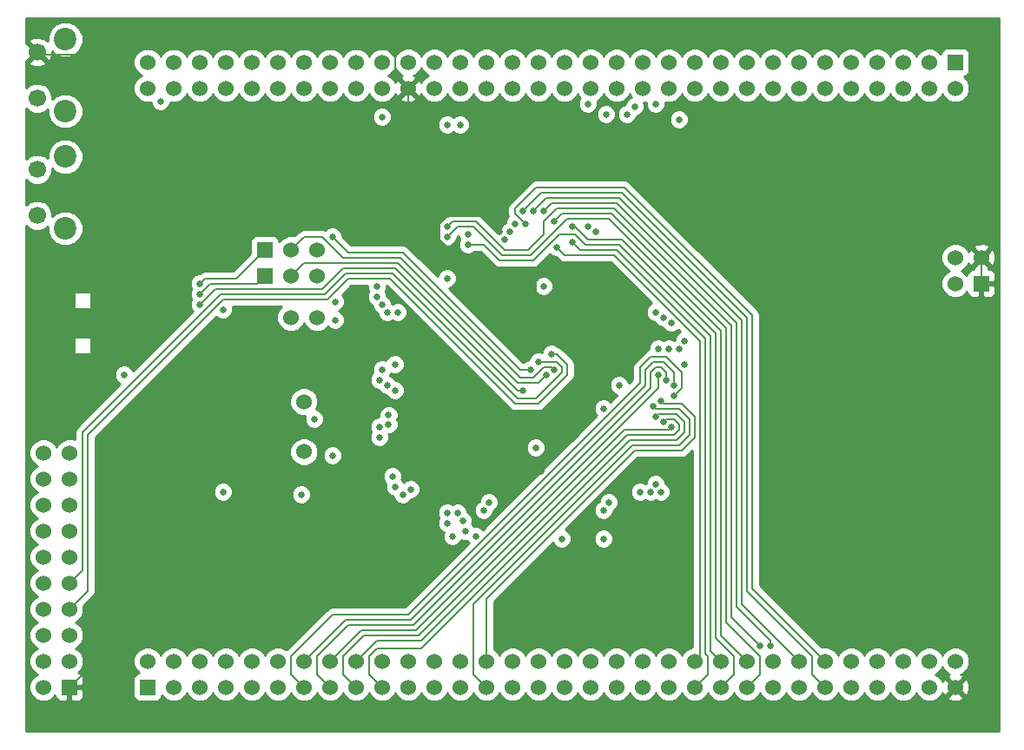
<source format=gbr>
G04 (created by PCBNEW-RS274X (2012-01-19 BZR 3256)-stable) date 16/09/2012 01:08:52*
G01*
G70*
G90*
%MOIN*%
G04 Gerber Fmt 3.4, Leading zero omitted, Abs format*
%FSLAX34Y34*%
G04 APERTURE LIST*
%ADD10C,0.006000*%
%ADD11C,0.060000*%
%ADD12R,0.060000X0.060000*%
%ADD13C,0.086600*%
%ADD14C,0.066900*%
%ADD15C,0.025000*%
%ADD16C,0.008000*%
%ADD17C,0.020000*%
%ADD18C,0.010000*%
G04 APERTURE END LIST*
G54D10*
G54D11*
X61500Y-58500D03*
X62500Y-57500D03*
G54D12*
X62500Y-58500D03*
G54D11*
X61500Y-57500D03*
X62500Y-56500D03*
X61500Y-56500D03*
X62500Y-55500D03*
X61500Y-55500D03*
X62500Y-54500D03*
X61500Y-54500D03*
X62500Y-53500D03*
X61500Y-53500D03*
X62500Y-52500D03*
X61500Y-52500D03*
X62500Y-51500D03*
X61500Y-51500D03*
X62500Y-50500D03*
X61500Y-50500D03*
X62500Y-49500D03*
X61500Y-49500D03*
X71500Y-47539D03*
X71500Y-49461D03*
X71000Y-44300D03*
X72000Y-44300D03*
G54D12*
X70000Y-41700D03*
G54D11*
X71000Y-41700D03*
X72000Y-41700D03*
G54D12*
X70000Y-42700D03*
G54D11*
X71000Y-42700D03*
X72000Y-42700D03*
G54D13*
X62341Y-33622D03*
X62341Y-36378D03*
G54D14*
X61258Y-34114D03*
X61258Y-35886D03*
G54D13*
X62341Y-38122D03*
X62341Y-40878D03*
G54D14*
X61258Y-38614D03*
X61258Y-40386D03*
G54D12*
X96500Y-34500D03*
G54D11*
X96500Y-35500D03*
X95500Y-34500D03*
X95500Y-35500D03*
X94500Y-34500D03*
X94500Y-35500D03*
X93500Y-34500D03*
X93500Y-35500D03*
X92500Y-34500D03*
X92500Y-35500D03*
X91500Y-34500D03*
X91500Y-35500D03*
X90500Y-34500D03*
X90500Y-35500D03*
X89500Y-34500D03*
X89500Y-35500D03*
X88500Y-34500D03*
X88500Y-35500D03*
X87500Y-34500D03*
X87500Y-35500D03*
X86500Y-34500D03*
X86500Y-35500D03*
X85500Y-34500D03*
X85500Y-35500D03*
X84500Y-34500D03*
X84500Y-35500D03*
X83500Y-34500D03*
X83500Y-35500D03*
X82500Y-34500D03*
X82500Y-35500D03*
X81500Y-34500D03*
X81500Y-35500D03*
X80500Y-34500D03*
X80500Y-35500D03*
X79500Y-34500D03*
X79500Y-35500D03*
X78500Y-34500D03*
X78500Y-35500D03*
X77500Y-34500D03*
X77500Y-35500D03*
X76500Y-34500D03*
X76500Y-35500D03*
X75500Y-34500D03*
X75500Y-35500D03*
X74500Y-34500D03*
X74500Y-35500D03*
X73500Y-34500D03*
X73500Y-35500D03*
X72500Y-34500D03*
X72500Y-35500D03*
X71500Y-34500D03*
X71500Y-35500D03*
X70500Y-34500D03*
X70500Y-35500D03*
X69500Y-34500D03*
X69500Y-35500D03*
X68500Y-34500D03*
X68500Y-35500D03*
X67500Y-34500D03*
X67500Y-35500D03*
X66500Y-34500D03*
X66500Y-35500D03*
X65500Y-34500D03*
X65500Y-35500D03*
G54D12*
X65500Y-58500D03*
G54D11*
X65500Y-57500D03*
X66500Y-58500D03*
X66500Y-57500D03*
X67500Y-58500D03*
X67500Y-57500D03*
X68500Y-58500D03*
X68500Y-57500D03*
X69500Y-58500D03*
X69500Y-57500D03*
X70500Y-58500D03*
X70500Y-57500D03*
X71500Y-58500D03*
X71500Y-57500D03*
X72500Y-58500D03*
X72500Y-57500D03*
X73500Y-58500D03*
X73500Y-57500D03*
X74500Y-58500D03*
X74500Y-57500D03*
X75500Y-58500D03*
X75500Y-57500D03*
X76500Y-58500D03*
X76500Y-57500D03*
X77500Y-58500D03*
X77500Y-57500D03*
X78500Y-58500D03*
X78500Y-57500D03*
X79500Y-58500D03*
X79500Y-57500D03*
X80500Y-58500D03*
X80500Y-57500D03*
X81500Y-58500D03*
X81500Y-57500D03*
X82500Y-58500D03*
X82500Y-57500D03*
X83500Y-58500D03*
X83500Y-57500D03*
X84500Y-58500D03*
X84500Y-57500D03*
X85500Y-58500D03*
X85500Y-57500D03*
X86500Y-58500D03*
X86500Y-57500D03*
X87500Y-58500D03*
X87500Y-57500D03*
X88500Y-58500D03*
X88500Y-57500D03*
X89500Y-58500D03*
X89500Y-57500D03*
X90500Y-58500D03*
X90500Y-57500D03*
X91500Y-58500D03*
X91500Y-57500D03*
X92500Y-58500D03*
X92500Y-57500D03*
X93500Y-58500D03*
X93500Y-57500D03*
X94500Y-58500D03*
X94500Y-57500D03*
X95500Y-58500D03*
X95500Y-57500D03*
X96500Y-58500D03*
X96500Y-57500D03*
G54D12*
X97500Y-43000D03*
G54D11*
X96500Y-43000D03*
X97500Y-42000D03*
X96500Y-42000D03*
G54D15*
X68400Y-51000D03*
X68400Y-44000D03*
X74500Y-46300D03*
X74400Y-46700D03*
X74700Y-46900D03*
X75000Y-47100D03*
X72600Y-41200D03*
X66000Y-36000D03*
X80200Y-46300D03*
X77000Y-51800D03*
X85700Y-47300D03*
X85700Y-46900D03*
X85400Y-46700D03*
X85100Y-46500D03*
X85600Y-48500D03*
X85300Y-48300D03*
X85000Y-48100D03*
X74300Y-43500D03*
X74500Y-43800D03*
X74700Y-44100D03*
X75100Y-44100D03*
X74300Y-43100D03*
X79600Y-40700D03*
X79400Y-41000D03*
X81800Y-41400D03*
X84900Y-47700D03*
X85200Y-47500D03*
X82700Y-41000D03*
X82400Y-40800D03*
X77800Y-41500D03*
X80700Y-40200D03*
X89400Y-56900D03*
X80300Y-40200D03*
X79900Y-40200D03*
X80000Y-40700D03*
X77000Y-41200D03*
X81800Y-40800D03*
X89000Y-56900D03*
X77000Y-40800D03*
X81100Y-40600D03*
X81200Y-41600D03*
X81100Y-46300D03*
X80800Y-46500D03*
X74750Y-48050D03*
X74750Y-48400D03*
X74400Y-48500D03*
X74400Y-48900D03*
X77000Y-36900D03*
X77700Y-52500D03*
X78100Y-52700D03*
X77500Y-36900D03*
X85100Y-45500D03*
X85500Y-45500D03*
X83000Y-51700D03*
X83200Y-51400D03*
X85000Y-36100D03*
X71400Y-51100D03*
X85600Y-44500D03*
X77600Y-52100D03*
X74500Y-36600D03*
X85300Y-44300D03*
X78400Y-51700D03*
X85000Y-44100D03*
X78600Y-51400D03*
X77800Y-41100D03*
X77400Y-51800D03*
X84200Y-36200D03*
X83900Y-36500D03*
X85900Y-45500D03*
X86100Y-45200D03*
X85000Y-50700D03*
X85200Y-51000D03*
X84400Y-51000D03*
X84800Y-51000D03*
X82400Y-36100D03*
X80500Y-46000D03*
X81000Y-45700D03*
X77000Y-52200D03*
X74900Y-50400D03*
X75000Y-50800D03*
X75600Y-50900D03*
X75300Y-51100D03*
X67500Y-43000D03*
X67500Y-43400D03*
X67500Y-43800D03*
X79900Y-47100D03*
X86100Y-46100D03*
X77000Y-42800D03*
X81400Y-52800D03*
X83000Y-52800D03*
X83600Y-46900D03*
X83000Y-47800D03*
X85900Y-36700D03*
X72700Y-44400D03*
X80700Y-43100D03*
X80400Y-49300D03*
X71900Y-48200D03*
X77200Y-52700D03*
X79200Y-41300D03*
X75000Y-46100D03*
X72700Y-43700D03*
X72600Y-49600D03*
X83100Y-36500D03*
X64600Y-46500D03*
X81700Y-45100D03*
X76300Y-45200D03*
X81500Y-48300D03*
X83900Y-51700D03*
X78600Y-48700D03*
X82800Y-47100D03*
X72300Y-52500D03*
X80600Y-50200D03*
X79000Y-41000D03*
X70800Y-51000D03*
X68800Y-46500D03*
X80400Y-42800D03*
G54D16*
X72600Y-41200D02*
X73200Y-41800D01*
X80200Y-46300D02*
X79800Y-46300D01*
X79800Y-46300D02*
X75300Y-41800D01*
X73200Y-41800D02*
X75300Y-41800D01*
X86000Y-47000D02*
X86000Y-46400D01*
X71000Y-58000D02*
X71500Y-58500D01*
X71000Y-57300D02*
X71000Y-58000D01*
X72600Y-55700D02*
X71000Y-57300D01*
X84400Y-46200D02*
X84400Y-46800D01*
X84800Y-45800D02*
X84400Y-46200D01*
X86000Y-47000D02*
X85700Y-47300D01*
X75500Y-55700D02*
X72600Y-55700D01*
X86000Y-46400D02*
X85400Y-45800D01*
X85400Y-45800D02*
X84800Y-45800D01*
X84400Y-46800D02*
X75500Y-55700D01*
X85700Y-46400D02*
X85300Y-46000D01*
X75600Y-55900D02*
X73100Y-55900D01*
X84600Y-46900D02*
X75600Y-55900D01*
X84600Y-46300D02*
X84600Y-46900D01*
X85300Y-46000D02*
X84900Y-46000D01*
X71500Y-57500D02*
X73100Y-55900D01*
X85700Y-46900D02*
X85700Y-46400D01*
X84900Y-46000D02*
X84600Y-46300D01*
X85400Y-46700D02*
X85400Y-46400D01*
X73200Y-56100D02*
X72000Y-57300D01*
X72000Y-57300D02*
X72000Y-58000D01*
X84800Y-47000D02*
X75700Y-56100D01*
X72000Y-58000D02*
X72500Y-58500D01*
X85200Y-46200D02*
X85000Y-46200D01*
X85000Y-46200D02*
X84800Y-46400D01*
X84800Y-46400D02*
X84800Y-47000D01*
X85400Y-46400D02*
X85200Y-46200D01*
X75700Y-56100D02*
X73200Y-56100D01*
X72500Y-57500D02*
X73700Y-56300D01*
X85100Y-46500D02*
X85100Y-47000D01*
X85100Y-47000D02*
X75800Y-56300D01*
X75800Y-56300D02*
X73700Y-56300D01*
X83800Y-48600D02*
X75900Y-56500D01*
X73800Y-56500D02*
X73000Y-57300D01*
X85600Y-48500D02*
X85500Y-48600D01*
X85500Y-48600D02*
X83800Y-48600D01*
X75900Y-56500D02*
X73800Y-56500D01*
X73000Y-58000D02*
X73500Y-58500D01*
X73000Y-57300D02*
X73000Y-58000D01*
X85700Y-48200D02*
X85900Y-48400D01*
X85300Y-48300D02*
X85400Y-48200D01*
X85900Y-48600D02*
X85700Y-48800D01*
X76000Y-56700D02*
X74300Y-56700D01*
X73500Y-57500D02*
X74300Y-56700D01*
X85900Y-48400D02*
X85900Y-48600D01*
X85700Y-48800D02*
X83900Y-48800D01*
X85400Y-48200D02*
X85700Y-48200D01*
X83900Y-48800D02*
X76000Y-56700D01*
X85800Y-48000D02*
X86100Y-48300D01*
X86100Y-48300D02*
X86100Y-48700D01*
X74300Y-57000D02*
X74000Y-57300D01*
X85800Y-49000D02*
X84000Y-49000D01*
X86100Y-48700D02*
X85800Y-49000D01*
X74000Y-57300D02*
X74000Y-58000D01*
X84000Y-49000D02*
X76000Y-57000D01*
X85100Y-48000D02*
X85800Y-48000D01*
X76000Y-57000D02*
X74300Y-57000D01*
X74000Y-58000D02*
X74500Y-58500D01*
X85000Y-48100D02*
X85100Y-48000D01*
X87000Y-57300D02*
X86900Y-57200D01*
X86500Y-58500D02*
X87000Y-58000D01*
X87000Y-58000D02*
X87000Y-57300D01*
X82100Y-41700D02*
X83500Y-41700D01*
X81800Y-41400D02*
X82100Y-41700D01*
X83500Y-41700D02*
X86900Y-45100D01*
X86900Y-57200D02*
X86900Y-45100D01*
X84900Y-47700D02*
X85000Y-47800D01*
X85000Y-47800D02*
X85900Y-47800D01*
X86300Y-48800D02*
X85900Y-49200D01*
X78000Y-58000D02*
X78500Y-58500D01*
X78000Y-55300D02*
X78000Y-58000D01*
X85900Y-47800D02*
X86300Y-48200D01*
X85900Y-49200D02*
X84100Y-49200D01*
X86300Y-48200D02*
X86300Y-48800D01*
X84100Y-49200D02*
X78000Y-55300D01*
X78500Y-55100D02*
X78500Y-57500D01*
X86500Y-48100D02*
X86500Y-48900D01*
X85300Y-47600D02*
X86000Y-47600D01*
X86000Y-47600D02*
X86500Y-48100D01*
X85200Y-47500D02*
X85300Y-47600D01*
X84200Y-49400D02*
X78500Y-55100D01*
X86500Y-48900D02*
X86000Y-49400D01*
X86000Y-49400D02*
X84200Y-49400D01*
X81900Y-41100D02*
X82300Y-41500D01*
X81300Y-41100D02*
X81900Y-41100D01*
X80300Y-42100D02*
X81300Y-41100D01*
X87100Y-57100D02*
X87500Y-57500D01*
X79000Y-42100D02*
X80300Y-42100D01*
X87100Y-45000D02*
X87100Y-57100D01*
X82300Y-41500D02*
X83600Y-41500D01*
X83600Y-41500D02*
X87100Y-45000D01*
X77800Y-41500D02*
X78400Y-41500D01*
X78400Y-41500D02*
X79000Y-42100D01*
X88100Y-44500D02*
X88100Y-55400D01*
X83500Y-39900D02*
X88100Y-44500D01*
X80700Y-40200D02*
X81000Y-39900D01*
X89400Y-56700D02*
X89400Y-56900D01*
X81000Y-39900D02*
X83500Y-39900D01*
X88100Y-55400D02*
X89400Y-56700D01*
X90500Y-57500D02*
X88300Y-55300D01*
X83600Y-39700D02*
X88300Y-44400D01*
X88300Y-44400D02*
X88300Y-55300D01*
X80800Y-39700D02*
X83600Y-39700D01*
X80300Y-40200D02*
X80800Y-39700D01*
X91500Y-58500D02*
X91000Y-58000D01*
X91000Y-58000D02*
X91000Y-57300D01*
X80600Y-39500D02*
X83700Y-39500D01*
X83700Y-39500D02*
X88500Y-44300D01*
X88500Y-44300D02*
X88500Y-54800D01*
X79900Y-40200D02*
X80600Y-39500D01*
X91000Y-57300D02*
X88500Y-54800D01*
X91500Y-57500D02*
X88700Y-54700D01*
X83800Y-39300D02*
X88700Y-44200D01*
X80000Y-40700D02*
X79600Y-40300D01*
X79600Y-40100D02*
X80400Y-39300D01*
X79600Y-40300D02*
X79600Y-40100D01*
X80400Y-39300D02*
X83800Y-39300D01*
X88700Y-44200D02*
X88700Y-54700D01*
X87500Y-56500D02*
X87500Y-44800D01*
X83200Y-40500D02*
X87500Y-44800D01*
X77400Y-40800D02*
X78000Y-40800D01*
X77000Y-41200D02*
X77400Y-40800D01*
X81600Y-40500D02*
X83200Y-40500D01*
X79100Y-41900D02*
X80200Y-41900D01*
X78000Y-40800D02*
X79100Y-41900D01*
X80200Y-41900D02*
X81600Y-40500D01*
X88500Y-57500D02*
X87500Y-56500D01*
X88000Y-57300D02*
X88000Y-58000D01*
X81900Y-40800D02*
X82400Y-41300D01*
X82400Y-41300D02*
X83700Y-41300D01*
X87300Y-56600D02*
X88000Y-57300D01*
X83700Y-41300D02*
X87300Y-44900D01*
X81800Y-40800D02*
X81900Y-40800D01*
X87300Y-44900D02*
X87300Y-56600D01*
X88000Y-58000D02*
X87500Y-58500D01*
X80100Y-41700D02*
X80700Y-41100D01*
X78100Y-40600D02*
X79200Y-41700D01*
X87900Y-44600D02*
X87900Y-55800D01*
X79200Y-41700D02*
X80100Y-41700D01*
X77000Y-40800D02*
X77200Y-40600D01*
X87900Y-55800D02*
X89000Y-56900D01*
X83400Y-40100D02*
X87900Y-44600D01*
X81200Y-40100D02*
X83400Y-40100D01*
X77200Y-40600D02*
X78100Y-40600D01*
X80700Y-41100D02*
X80700Y-40600D01*
X80700Y-40600D02*
X81200Y-40100D01*
X81400Y-40300D02*
X81100Y-40600D01*
X89000Y-57300D02*
X87700Y-56000D01*
X83300Y-40300D02*
X87700Y-44700D01*
X87700Y-56000D02*
X87700Y-44700D01*
X81400Y-40300D02*
X83300Y-40300D01*
X89000Y-58000D02*
X89000Y-57300D01*
X89000Y-58000D02*
X88500Y-58500D01*
X83400Y-41900D02*
X86700Y-45200D01*
X86700Y-45200D02*
X86700Y-57300D01*
X81500Y-41900D02*
X83400Y-41900D01*
X81200Y-41600D02*
X81500Y-41900D01*
X86500Y-57500D02*
X86700Y-57300D01*
X73000Y-42000D02*
X75200Y-42000D01*
X71500Y-41200D02*
X72200Y-41200D01*
X81100Y-46300D02*
X81000Y-46200D01*
X79800Y-46600D02*
X75200Y-42000D01*
X80700Y-46200D02*
X80300Y-46600D01*
X80300Y-46600D02*
X79800Y-46600D01*
X81000Y-46200D02*
X80700Y-46200D01*
X71000Y-41700D02*
X71500Y-41200D01*
X72200Y-41200D02*
X73000Y-42000D01*
X80800Y-46500D02*
X80500Y-46800D01*
X71500Y-42200D02*
X75100Y-42200D01*
X79700Y-46800D02*
X75100Y-42200D01*
X80500Y-46800D02*
X79700Y-46800D01*
X71000Y-42700D02*
X71500Y-42200D01*
X63000Y-54000D02*
X62500Y-54500D01*
X72300Y-43400D02*
X68300Y-43400D01*
X63000Y-48700D02*
X63000Y-54000D01*
X73100Y-42600D02*
X74900Y-42600D01*
X79700Y-47400D02*
X74900Y-42600D01*
X68300Y-43400D02*
X63000Y-48700D01*
X81200Y-46000D02*
X81400Y-46200D01*
X80400Y-47400D02*
X79700Y-47400D01*
X81400Y-46200D02*
X81400Y-46400D01*
X80500Y-46000D02*
X81200Y-46000D01*
X72300Y-43400D02*
X73100Y-42600D01*
X81400Y-46400D02*
X80400Y-47400D01*
X81200Y-45700D02*
X81600Y-46100D01*
X68400Y-43600D02*
X63200Y-48800D01*
X73200Y-42800D02*
X74800Y-42800D01*
X72400Y-43600D02*
X68400Y-43600D01*
X81600Y-46100D02*
X81600Y-46500D01*
X72400Y-43600D02*
X73200Y-42800D01*
X63200Y-54800D02*
X62500Y-55500D01*
X80500Y-47600D02*
X79600Y-47600D01*
X81600Y-46500D02*
X80500Y-47600D01*
X63200Y-48800D02*
X63200Y-54800D01*
X79600Y-47600D02*
X74800Y-42800D01*
X81000Y-45700D02*
X81200Y-45700D01*
X67700Y-42800D02*
X67500Y-43000D01*
X68900Y-42800D02*
X67700Y-42800D01*
X70000Y-41700D02*
X68900Y-42800D01*
X69700Y-43000D02*
X67900Y-43000D01*
X67500Y-43400D02*
X67900Y-43000D01*
X70000Y-42700D02*
X69700Y-43000D01*
X67500Y-43800D02*
X68100Y-43200D01*
X75000Y-42400D02*
X79700Y-47100D01*
X72200Y-43200D02*
X73000Y-42400D01*
X73000Y-42400D02*
X75000Y-42400D01*
X68100Y-43200D02*
X72200Y-43200D01*
X79700Y-47100D02*
X79900Y-47100D01*
X81700Y-45100D02*
X80400Y-43800D01*
G54D17*
X68800Y-49000D02*
X70800Y-51000D01*
G54D16*
X78200Y-42800D02*
X80400Y-42800D01*
X75500Y-36250D02*
X77000Y-37750D01*
X81500Y-48300D02*
X81500Y-49300D01*
X80400Y-43800D02*
X80400Y-42800D01*
X68500Y-52500D02*
X72300Y-52500D01*
X76700Y-41300D02*
X78200Y-42800D01*
X77000Y-37750D02*
X93250Y-37750D01*
X93250Y-37750D02*
X97500Y-42000D01*
X78600Y-48700D02*
X80100Y-50200D01*
X81500Y-48300D02*
X81600Y-48300D01*
X74700Y-34000D02*
X75000Y-34300D01*
X61344Y-34200D02*
X64800Y-34200D01*
X81600Y-48300D02*
X82800Y-47100D01*
X78600Y-48700D02*
X78600Y-47500D01*
X64800Y-34200D02*
X65000Y-34000D01*
G54D17*
X70100Y-45200D02*
X68800Y-46500D01*
G54D16*
X82800Y-47100D02*
X82800Y-46200D01*
X97500Y-57500D02*
X96500Y-58500D01*
X97500Y-43000D02*
X97500Y-57500D01*
X61258Y-34114D02*
X61344Y-34200D01*
X74700Y-34000D02*
X65000Y-34000D01*
X75000Y-34300D02*
X75000Y-35000D01*
X81500Y-49300D02*
X80600Y-50200D01*
X62500Y-58500D02*
X68500Y-52500D01*
G54D17*
X68800Y-46500D02*
X68800Y-49000D01*
G54D16*
X77000Y-40400D02*
X76700Y-40700D01*
X75500Y-35500D02*
X75000Y-35000D01*
X97500Y-42000D02*
X97500Y-43000D01*
X79000Y-41000D02*
X78400Y-40400D01*
X78400Y-40400D02*
X77000Y-40400D01*
X78600Y-47500D02*
X76300Y-45200D01*
X76700Y-40700D02*
X76700Y-41300D01*
X82800Y-46200D02*
X81700Y-45100D01*
X80100Y-50200D02*
X80600Y-50200D01*
X75500Y-35500D02*
X75500Y-36250D01*
G54D17*
X76300Y-45200D02*
X70100Y-45200D01*
G54D10*
G36*
X86410Y-56951D02*
X86391Y-56951D01*
X86189Y-57035D01*
X86035Y-57189D01*
X86000Y-57273D01*
X85965Y-57189D01*
X85811Y-57035D01*
X85609Y-56951D01*
X85575Y-56951D01*
X85575Y-51075D01*
X85575Y-50926D01*
X85518Y-50788D01*
X85413Y-50683D01*
X85375Y-50667D01*
X85375Y-50626D01*
X85318Y-50488D01*
X85213Y-50383D01*
X85075Y-50325D01*
X84926Y-50325D01*
X84788Y-50382D01*
X84683Y-50487D01*
X84625Y-50625D01*
X84625Y-50666D01*
X84599Y-50677D01*
X84475Y-50625D01*
X84326Y-50625D01*
X84188Y-50682D01*
X84083Y-50787D01*
X84025Y-50925D01*
X84025Y-51074D01*
X84082Y-51212D01*
X84187Y-51317D01*
X84325Y-51375D01*
X84474Y-51375D01*
X84600Y-51322D01*
X84725Y-51375D01*
X84874Y-51375D01*
X85000Y-51322D01*
X85125Y-51375D01*
X85274Y-51375D01*
X85412Y-51318D01*
X85517Y-51213D01*
X85575Y-51075D01*
X85575Y-56951D01*
X85391Y-56951D01*
X85189Y-57035D01*
X85035Y-57189D01*
X85000Y-57273D01*
X84965Y-57189D01*
X84811Y-57035D01*
X84609Y-56951D01*
X84391Y-56951D01*
X84189Y-57035D01*
X84035Y-57189D01*
X84000Y-57273D01*
X83965Y-57189D01*
X83811Y-57035D01*
X83609Y-56951D01*
X83575Y-56951D01*
X83575Y-51475D01*
X83575Y-51326D01*
X83518Y-51188D01*
X83413Y-51083D01*
X83275Y-51025D01*
X83126Y-51025D01*
X82988Y-51082D01*
X82883Y-51187D01*
X82825Y-51325D01*
X82825Y-51366D01*
X82788Y-51382D01*
X82683Y-51487D01*
X82625Y-51625D01*
X82625Y-51774D01*
X82682Y-51912D01*
X82787Y-52017D01*
X82925Y-52075D01*
X83074Y-52075D01*
X83212Y-52018D01*
X83317Y-51913D01*
X83375Y-51775D01*
X83375Y-51733D01*
X83412Y-51718D01*
X83517Y-51613D01*
X83575Y-51475D01*
X83575Y-56951D01*
X83391Y-56951D01*
X83375Y-56957D01*
X83375Y-52875D01*
X83375Y-52726D01*
X83318Y-52588D01*
X83213Y-52483D01*
X83075Y-52425D01*
X82926Y-52425D01*
X82788Y-52482D01*
X82683Y-52587D01*
X82625Y-52725D01*
X82625Y-52874D01*
X82682Y-53012D01*
X82787Y-53117D01*
X82925Y-53175D01*
X83074Y-53175D01*
X83212Y-53118D01*
X83317Y-53013D01*
X83375Y-52875D01*
X83375Y-56957D01*
X83189Y-57035D01*
X83035Y-57189D01*
X83000Y-57273D01*
X82965Y-57189D01*
X82811Y-57035D01*
X82609Y-56951D01*
X82391Y-56951D01*
X82189Y-57035D01*
X82035Y-57189D01*
X82000Y-57273D01*
X81965Y-57189D01*
X81811Y-57035D01*
X81609Y-56951D01*
X81391Y-56951D01*
X81189Y-57035D01*
X81035Y-57189D01*
X81000Y-57273D01*
X80965Y-57189D01*
X80811Y-57035D01*
X80609Y-56951D01*
X80391Y-56951D01*
X80189Y-57035D01*
X80035Y-57189D01*
X80000Y-57273D01*
X79965Y-57189D01*
X79811Y-57035D01*
X79609Y-56951D01*
X79391Y-56951D01*
X79189Y-57035D01*
X79035Y-57189D01*
X79000Y-57273D01*
X78965Y-57189D01*
X78811Y-57035D01*
X78790Y-57026D01*
X78790Y-55220D01*
X81057Y-52952D01*
X81082Y-53012D01*
X81187Y-53117D01*
X81325Y-53175D01*
X81474Y-53175D01*
X81612Y-53118D01*
X81717Y-53013D01*
X81775Y-52875D01*
X81775Y-52726D01*
X81718Y-52588D01*
X81613Y-52483D01*
X81552Y-52457D01*
X84320Y-49690D01*
X86000Y-49690D01*
X86111Y-49668D01*
X86205Y-49605D01*
X86410Y-49400D01*
X86410Y-56951D01*
X86410Y-56951D01*
G37*
G54D18*
X86410Y-56951D02*
X86391Y-56951D01*
X86189Y-57035D01*
X86035Y-57189D01*
X86000Y-57273D01*
X85965Y-57189D01*
X85811Y-57035D01*
X85609Y-56951D01*
X85575Y-56951D01*
X85575Y-51075D01*
X85575Y-50926D01*
X85518Y-50788D01*
X85413Y-50683D01*
X85375Y-50667D01*
X85375Y-50626D01*
X85318Y-50488D01*
X85213Y-50383D01*
X85075Y-50325D01*
X84926Y-50325D01*
X84788Y-50382D01*
X84683Y-50487D01*
X84625Y-50625D01*
X84625Y-50666D01*
X84599Y-50677D01*
X84475Y-50625D01*
X84326Y-50625D01*
X84188Y-50682D01*
X84083Y-50787D01*
X84025Y-50925D01*
X84025Y-51074D01*
X84082Y-51212D01*
X84187Y-51317D01*
X84325Y-51375D01*
X84474Y-51375D01*
X84600Y-51322D01*
X84725Y-51375D01*
X84874Y-51375D01*
X85000Y-51322D01*
X85125Y-51375D01*
X85274Y-51375D01*
X85412Y-51318D01*
X85517Y-51213D01*
X85575Y-51075D01*
X85575Y-56951D01*
X85391Y-56951D01*
X85189Y-57035D01*
X85035Y-57189D01*
X85000Y-57273D01*
X84965Y-57189D01*
X84811Y-57035D01*
X84609Y-56951D01*
X84391Y-56951D01*
X84189Y-57035D01*
X84035Y-57189D01*
X84000Y-57273D01*
X83965Y-57189D01*
X83811Y-57035D01*
X83609Y-56951D01*
X83575Y-56951D01*
X83575Y-51475D01*
X83575Y-51326D01*
X83518Y-51188D01*
X83413Y-51083D01*
X83275Y-51025D01*
X83126Y-51025D01*
X82988Y-51082D01*
X82883Y-51187D01*
X82825Y-51325D01*
X82825Y-51366D01*
X82788Y-51382D01*
X82683Y-51487D01*
X82625Y-51625D01*
X82625Y-51774D01*
X82682Y-51912D01*
X82787Y-52017D01*
X82925Y-52075D01*
X83074Y-52075D01*
X83212Y-52018D01*
X83317Y-51913D01*
X83375Y-51775D01*
X83375Y-51733D01*
X83412Y-51718D01*
X83517Y-51613D01*
X83575Y-51475D01*
X83575Y-56951D01*
X83391Y-56951D01*
X83375Y-56957D01*
X83375Y-52875D01*
X83375Y-52726D01*
X83318Y-52588D01*
X83213Y-52483D01*
X83075Y-52425D01*
X82926Y-52425D01*
X82788Y-52482D01*
X82683Y-52587D01*
X82625Y-52725D01*
X82625Y-52874D01*
X82682Y-53012D01*
X82787Y-53117D01*
X82925Y-53175D01*
X83074Y-53175D01*
X83212Y-53118D01*
X83317Y-53013D01*
X83375Y-52875D01*
X83375Y-56957D01*
X83189Y-57035D01*
X83035Y-57189D01*
X83000Y-57273D01*
X82965Y-57189D01*
X82811Y-57035D01*
X82609Y-56951D01*
X82391Y-56951D01*
X82189Y-57035D01*
X82035Y-57189D01*
X82000Y-57273D01*
X81965Y-57189D01*
X81811Y-57035D01*
X81609Y-56951D01*
X81391Y-56951D01*
X81189Y-57035D01*
X81035Y-57189D01*
X81000Y-57273D01*
X80965Y-57189D01*
X80811Y-57035D01*
X80609Y-56951D01*
X80391Y-56951D01*
X80189Y-57035D01*
X80035Y-57189D01*
X80000Y-57273D01*
X79965Y-57189D01*
X79811Y-57035D01*
X79609Y-56951D01*
X79391Y-56951D01*
X79189Y-57035D01*
X79035Y-57189D01*
X79000Y-57273D01*
X78965Y-57189D01*
X78811Y-57035D01*
X78790Y-57026D01*
X78790Y-55220D01*
X81057Y-52952D01*
X81082Y-53012D01*
X81187Y-53117D01*
X81325Y-53175D01*
X81474Y-53175D01*
X81612Y-53118D01*
X81717Y-53013D01*
X81775Y-52875D01*
X81775Y-52726D01*
X81718Y-52588D01*
X81613Y-52483D01*
X81552Y-52457D01*
X84320Y-49690D01*
X86000Y-49690D01*
X86111Y-49668D01*
X86205Y-49605D01*
X86410Y-49400D01*
X86410Y-56951D01*
G54D10*
G36*
X98175Y-60175D02*
X98050Y-60175D01*
X98050Y-43112D01*
X98050Y-42888D01*
X98049Y-42651D01*
X98043Y-42636D01*
X98043Y-42079D01*
X98032Y-41866D01*
X97972Y-41719D01*
X97878Y-41692D01*
X97808Y-41762D01*
X97808Y-41622D01*
X97781Y-41528D01*
X97579Y-41457D01*
X97366Y-41468D01*
X97219Y-41528D01*
X97192Y-41622D01*
X97500Y-41929D01*
X97808Y-41622D01*
X97808Y-41762D01*
X97571Y-42000D01*
X97878Y-42308D01*
X97972Y-42281D01*
X98043Y-42079D01*
X98043Y-42636D01*
X98011Y-42559D01*
X97941Y-42489D01*
X97850Y-42451D01*
X97787Y-42451D01*
X97808Y-42378D01*
X97500Y-42071D01*
X97192Y-42378D01*
X97212Y-42451D01*
X97150Y-42451D01*
X97059Y-42489D01*
X96989Y-42559D01*
X96951Y-42651D01*
X96950Y-42674D01*
X96811Y-42535D01*
X96726Y-42500D01*
X96811Y-42465D01*
X96965Y-42311D01*
X97002Y-42219D01*
X97028Y-42281D01*
X97122Y-42308D01*
X97429Y-42000D01*
X97122Y-41692D01*
X97049Y-41712D01*
X97049Y-35609D01*
X97049Y-35391D01*
X96965Y-35189D01*
X96825Y-35049D01*
X96849Y-35049D01*
X96941Y-35011D01*
X97011Y-34941D01*
X97049Y-34850D01*
X97049Y-34751D01*
X97049Y-34151D01*
X97011Y-34059D01*
X96941Y-33989D01*
X96850Y-33951D01*
X96751Y-33951D01*
X96151Y-33951D01*
X96059Y-33989D01*
X95989Y-34059D01*
X95951Y-34150D01*
X95951Y-34175D01*
X95811Y-34035D01*
X95609Y-33951D01*
X95391Y-33951D01*
X95189Y-34035D01*
X95035Y-34189D01*
X95000Y-34273D01*
X94965Y-34189D01*
X94811Y-34035D01*
X94609Y-33951D01*
X94391Y-33951D01*
X94189Y-34035D01*
X94035Y-34189D01*
X94000Y-34273D01*
X93965Y-34189D01*
X93811Y-34035D01*
X93609Y-33951D01*
X93391Y-33951D01*
X93189Y-34035D01*
X93035Y-34189D01*
X93000Y-34273D01*
X92965Y-34189D01*
X92811Y-34035D01*
X92609Y-33951D01*
X92391Y-33951D01*
X92189Y-34035D01*
X92035Y-34189D01*
X92000Y-34273D01*
X91965Y-34189D01*
X91811Y-34035D01*
X91609Y-33951D01*
X91391Y-33951D01*
X91189Y-34035D01*
X91035Y-34189D01*
X91000Y-34273D01*
X90965Y-34189D01*
X90811Y-34035D01*
X90609Y-33951D01*
X90391Y-33951D01*
X90189Y-34035D01*
X90035Y-34189D01*
X90000Y-34273D01*
X89965Y-34189D01*
X89811Y-34035D01*
X89609Y-33951D01*
X89391Y-33951D01*
X89189Y-34035D01*
X89035Y-34189D01*
X89000Y-34273D01*
X88965Y-34189D01*
X88811Y-34035D01*
X88609Y-33951D01*
X88391Y-33951D01*
X88189Y-34035D01*
X88035Y-34189D01*
X88000Y-34273D01*
X87965Y-34189D01*
X87811Y-34035D01*
X87609Y-33951D01*
X87391Y-33951D01*
X87189Y-34035D01*
X87035Y-34189D01*
X87000Y-34273D01*
X86965Y-34189D01*
X86811Y-34035D01*
X86609Y-33951D01*
X86391Y-33951D01*
X86189Y-34035D01*
X86035Y-34189D01*
X86000Y-34273D01*
X85965Y-34189D01*
X85811Y-34035D01*
X85609Y-33951D01*
X85391Y-33951D01*
X85189Y-34035D01*
X85035Y-34189D01*
X85000Y-34273D01*
X84965Y-34189D01*
X84811Y-34035D01*
X84609Y-33951D01*
X84391Y-33951D01*
X84189Y-34035D01*
X84035Y-34189D01*
X84000Y-34273D01*
X83965Y-34189D01*
X83811Y-34035D01*
X83609Y-33951D01*
X83391Y-33951D01*
X83189Y-34035D01*
X83035Y-34189D01*
X83000Y-34273D01*
X82965Y-34189D01*
X82811Y-34035D01*
X82609Y-33951D01*
X82391Y-33951D01*
X82189Y-34035D01*
X82035Y-34189D01*
X82000Y-34273D01*
X81965Y-34189D01*
X81811Y-34035D01*
X81609Y-33951D01*
X81391Y-33951D01*
X81189Y-34035D01*
X81035Y-34189D01*
X81000Y-34273D01*
X80965Y-34189D01*
X80811Y-34035D01*
X80609Y-33951D01*
X80391Y-33951D01*
X80189Y-34035D01*
X80035Y-34189D01*
X80000Y-34273D01*
X79965Y-34189D01*
X79811Y-34035D01*
X79609Y-33951D01*
X79391Y-33951D01*
X79189Y-34035D01*
X79035Y-34189D01*
X79000Y-34273D01*
X78965Y-34189D01*
X78811Y-34035D01*
X78609Y-33951D01*
X78391Y-33951D01*
X78189Y-34035D01*
X78035Y-34189D01*
X78000Y-34273D01*
X77965Y-34189D01*
X77811Y-34035D01*
X77609Y-33951D01*
X77391Y-33951D01*
X77189Y-34035D01*
X77035Y-34189D01*
X77000Y-34273D01*
X76965Y-34189D01*
X76811Y-34035D01*
X76609Y-33951D01*
X76391Y-33951D01*
X76189Y-34035D01*
X76035Y-34189D01*
X76000Y-34273D01*
X75965Y-34189D01*
X75811Y-34035D01*
X75609Y-33951D01*
X75391Y-33951D01*
X75189Y-34035D01*
X75035Y-34189D01*
X75000Y-34273D01*
X74965Y-34189D01*
X74811Y-34035D01*
X74609Y-33951D01*
X74391Y-33951D01*
X74189Y-34035D01*
X74035Y-34189D01*
X74000Y-34273D01*
X73965Y-34189D01*
X73811Y-34035D01*
X73609Y-33951D01*
X73391Y-33951D01*
X73189Y-34035D01*
X73035Y-34189D01*
X73000Y-34273D01*
X72965Y-34189D01*
X72811Y-34035D01*
X72609Y-33951D01*
X72391Y-33951D01*
X72189Y-34035D01*
X72035Y-34189D01*
X72000Y-34273D01*
X71965Y-34189D01*
X71811Y-34035D01*
X71609Y-33951D01*
X71391Y-33951D01*
X71189Y-34035D01*
X71035Y-34189D01*
X71000Y-34273D01*
X70965Y-34189D01*
X70811Y-34035D01*
X70609Y-33951D01*
X70391Y-33951D01*
X70189Y-34035D01*
X70035Y-34189D01*
X70000Y-34273D01*
X69965Y-34189D01*
X69811Y-34035D01*
X69609Y-33951D01*
X69391Y-33951D01*
X69189Y-34035D01*
X69035Y-34189D01*
X69000Y-34273D01*
X68965Y-34189D01*
X68811Y-34035D01*
X68609Y-33951D01*
X68391Y-33951D01*
X68189Y-34035D01*
X68035Y-34189D01*
X68000Y-34273D01*
X67965Y-34189D01*
X67811Y-34035D01*
X67609Y-33951D01*
X67391Y-33951D01*
X67189Y-34035D01*
X67035Y-34189D01*
X67000Y-34273D01*
X66965Y-34189D01*
X66811Y-34035D01*
X66609Y-33951D01*
X66391Y-33951D01*
X66189Y-34035D01*
X66035Y-34189D01*
X66000Y-34273D01*
X65965Y-34189D01*
X65811Y-34035D01*
X65609Y-33951D01*
X65391Y-33951D01*
X65189Y-34035D01*
X65035Y-34189D01*
X64951Y-34391D01*
X64951Y-34609D01*
X65035Y-34811D01*
X65189Y-34965D01*
X65273Y-35000D01*
X65189Y-35035D01*
X65035Y-35189D01*
X64951Y-35391D01*
X64951Y-35609D01*
X65035Y-35811D01*
X65189Y-35965D01*
X65391Y-36049D01*
X65609Y-36049D01*
X65625Y-36042D01*
X65625Y-36074D01*
X65682Y-36212D01*
X65787Y-36317D01*
X65925Y-36375D01*
X66074Y-36375D01*
X66212Y-36318D01*
X66317Y-36213D01*
X66375Y-36075D01*
X66375Y-36042D01*
X66391Y-36049D01*
X66609Y-36049D01*
X66811Y-35965D01*
X66965Y-35811D01*
X67000Y-35726D01*
X67035Y-35811D01*
X67189Y-35965D01*
X67391Y-36049D01*
X67609Y-36049D01*
X67811Y-35965D01*
X67965Y-35811D01*
X68000Y-35726D01*
X68035Y-35811D01*
X68189Y-35965D01*
X68391Y-36049D01*
X68609Y-36049D01*
X68811Y-35965D01*
X68965Y-35811D01*
X69000Y-35726D01*
X69035Y-35811D01*
X69189Y-35965D01*
X69391Y-36049D01*
X69609Y-36049D01*
X69811Y-35965D01*
X69965Y-35811D01*
X70000Y-35726D01*
X70035Y-35811D01*
X70189Y-35965D01*
X70391Y-36049D01*
X70609Y-36049D01*
X70811Y-35965D01*
X70965Y-35811D01*
X71000Y-35726D01*
X71035Y-35811D01*
X71189Y-35965D01*
X71391Y-36049D01*
X71609Y-36049D01*
X71811Y-35965D01*
X71965Y-35811D01*
X72000Y-35726D01*
X72035Y-35811D01*
X72189Y-35965D01*
X72391Y-36049D01*
X72609Y-36049D01*
X72811Y-35965D01*
X72965Y-35811D01*
X73000Y-35726D01*
X73035Y-35811D01*
X73189Y-35965D01*
X73391Y-36049D01*
X73609Y-36049D01*
X73811Y-35965D01*
X73965Y-35811D01*
X74000Y-35726D01*
X74035Y-35811D01*
X74189Y-35965D01*
X74391Y-36049D01*
X74609Y-36049D01*
X74811Y-35965D01*
X74965Y-35811D01*
X75002Y-35719D01*
X75028Y-35781D01*
X75122Y-35808D01*
X75429Y-35500D01*
X75122Y-35192D01*
X75028Y-35219D01*
X75004Y-35284D01*
X74965Y-35189D01*
X74811Y-35035D01*
X74726Y-35000D01*
X74811Y-34965D01*
X74965Y-34811D01*
X75000Y-34726D01*
X75035Y-34811D01*
X75189Y-34965D01*
X75280Y-35002D01*
X75219Y-35028D01*
X75192Y-35122D01*
X75500Y-35429D01*
X75808Y-35122D01*
X75781Y-35028D01*
X75715Y-35004D01*
X75811Y-34965D01*
X75965Y-34811D01*
X76000Y-34726D01*
X76035Y-34811D01*
X76189Y-34965D01*
X76273Y-35000D01*
X76189Y-35035D01*
X76035Y-35189D01*
X75997Y-35280D01*
X75972Y-35219D01*
X75878Y-35192D01*
X75571Y-35500D01*
X75878Y-35808D01*
X75972Y-35781D01*
X75995Y-35715D01*
X76035Y-35811D01*
X76189Y-35965D01*
X76391Y-36049D01*
X76609Y-36049D01*
X76811Y-35965D01*
X76965Y-35811D01*
X77000Y-35726D01*
X77035Y-35811D01*
X77189Y-35965D01*
X77391Y-36049D01*
X77609Y-36049D01*
X77811Y-35965D01*
X77965Y-35811D01*
X78000Y-35726D01*
X78035Y-35811D01*
X78189Y-35965D01*
X78391Y-36049D01*
X78609Y-36049D01*
X78811Y-35965D01*
X78965Y-35811D01*
X79000Y-35726D01*
X79035Y-35811D01*
X79189Y-35965D01*
X79391Y-36049D01*
X79609Y-36049D01*
X79811Y-35965D01*
X79965Y-35811D01*
X80000Y-35726D01*
X80035Y-35811D01*
X80189Y-35965D01*
X80391Y-36049D01*
X80609Y-36049D01*
X80811Y-35965D01*
X80965Y-35811D01*
X81000Y-35726D01*
X81035Y-35811D01*
X81189Y-35965D01*
X81391Y-36049D01*
X81609Y-36049D01*
X81811Y-35965D01*
X81965Y-35811D01*
X82000Y-35726D01*
X82035Y-35811D01*
X82097Y-35873D01*
X82083Y-35887D01*
X82025Y-36025D01*
X82025Y-36174D01*
X82082Y-36312D01*
X82187Y-36417D01*
X82325Y-36475D01*
X82474Y-36475D01*
X82612Y-36418D01*
X82717Y-36313D01*
X82775Y-36175D01*
X82775Y-36026D01*
X82758Y-35986D01*
X82811Y-35965D01*
X82965Y-35811D01*
X83000Y-35726D01*
X83035Y-35811D01*
X83189Y-35965D01*
X83391Y-36049D01*
X83609Y-36049D01*
X83811Y-35965D01*
X83965Y-35811D01*
X84000Y-35726D01*
X84035Y-35811D01*
X84071Y-35847D01*
X83988Y-35882D01*
X83883Y-35987D01*
X83825Y-36125D01*
X83688Y-36182D01*
X83583Y-36287D01*
X83525Y-36425D01*
X83525Y-36574D01*
X83582Y-36712D01*
X83687Y-36817D01*
X83825Y-36875D01*
X83974Y-36875D01*
X84112Y-36818D01*
X84217Y-36713D01*
X84274Y-36575D01*
X84275Y-36575D01*
X84275Y-36574D01*
X84412Y-36518D01*
X84517Y-36413D01*
X84575Y-36275D01*
X84575Y-36126D01*
X84543Y-36049D01*
X84609Y-36049D01*
X84625Y-36042D01*
X84625Y-36174D01*
X84682Y-36312D01*
X84787Y-36417D01*
X84925Y-36475D01*
X85074Y-36475D01*
X85212Y-36418D01*
X85317Y-36313D01*
X85375Y-36175D01*
X85375Y-36042D01*
X85391Y-36049D01*
X85609Y-36049D01*
X85811Y-35965D01*
X85965Y-35811D01*
X86000Y-35726D01*
X86035Y-35811D01*
X86189Y-35965D01*
X86391Y-36049D01*
X86609Y-36049D01*
X86811Y-35965D01*
X86965Y-35811D01*
X87000Y-35726D01*
X87035Y-35811D01*
X87189Y-35965D01*
X87391Y-36049D01*
X87609Y-36049D01*
X87811Y-35965D01*
X87965Y-35811D01*
X88000Y-35726D01*
X88035Y-35811D01*
X88189Y-35965D01*
X88391Y-36049D01*
X88609Y-36049D01*
X88811Y-35965D01*
X88965Y-35811D01*
X89000Y-35726D01*
X89035Y-35811D01*
X89189Y-35965D01*
X89391Y-36049D01*
X89609Y-36049D01*
X89811Y-35965D01*
X89965Y-35811D01*
X90000Y-35726D01*
X90035Y-35811D01*
X90189Y-35965D01*
X90391Y-36049D01*
X90609Y-36049D01*
X90811Y-35965D01*
X90965Y-35811D01*
X91000Y-35726D01*
X91035Y-35811D01*
X91189Y-35965D01*
X91391Y-36049D01*
X91609Y-36049D01*
X91811Y-35965D01*
X91965Y-35811D01*
X92000Y-35726D01*
X92035Y-35811D01*
X92189Y-35965D01*
X92391Y-36049D01*
X92609Y-36049D01*
X92811Y-35965D01*
X92965Y-35811D01*
X93000Y-35726D01*
X93035Y-35811D01*
X93189Y-35965D01*
X93391Y-36049D01*
X93609Y-36049D01*
X93811Y-35965D01*
X93965Y-35811D01*
X94000Y-35726D01*
X94035Y-35811D01*
X94189Y-35965D01*
X94391Y-36049D01*
X94609Y-36049D01*
X94811Y-35965D01*
X94965Y-35811D01*
X95000Y-35726D01*
X95035Y-35811D01*
X95189Y-35965D01*
X95391Y-36049D01*
X95609Y-36049D01*
X95811Y-35965D01*
X95965Y-35811D01*
X96000Y-35726D01*
X96035Y-35811D01*
X96189Y-35965D01*
X96391Y-36049D01*
X96609Y-36049D01*
X96811Y-35965D01*
X96965Y-35811D01*
X97049Y-35609D01*
X97049Y-41712D01*
X97028Y-41719D01*
X97004Y-41784D01*
X96965Y-41689D01*
X96811Y-41535D01*
X96609Y-41451D01*
X96391Y-41451D01*
X96189Y-41535D01*
X96035Y-41689D01*
X95951Y-41891D01*
X95951Y-42109D01*
X96035Y-42311D01*
X96189Y-42465D01*
X96273Y-42500D01*
X96189Y-42535D01*
X96035Y-42689D01*
X95951Y-42891D01*
X95951Y-43109D01*
X96035Y-43311D01*
X96189Y-43465D01*
X96391Y-43549D01*
X96609Y-43549D01*
X96811Y-43465D01*
X96950Y-43325D01*
X96951Y-43349D01*
X96989Y-43441D01*
X97059Y-43511D01*
X97150Y-43549D01*
X97249Y-43549D01*
X97388Y-43550D01*
X97450Y-43488D01*
X97450Y-43100D01*
X97450Y-43050D01*
X97450Y-42950D01*
X97550Y-42950D01*
X97600Y-42950D01*
X97988Y-42950D01*
X98050Y-42888D01*
X98050Y-43112D01*
X97988Y-43050D01*
X97550Y-43050D01*
X97550Y-43488D01*
X97612Y-43550D01*
X97751Y-43549D01*
X97850Y-43549D01*
X97941Y-43511D01*
X98011Y-43441D01*
X98049Y-43349D01*
X98050Y-43112D01*
X98050Y-60175D01*
X97049Y-60175D01*
X97049Y-57609D01*
X97049Y-57391D01*
X96965Y-57189D01*
X96811Y-57035D01*
X96609Y-56951D01*
X96391Y-56951D01*
X96189Y-57035D01*
X96035Y-57189D01*
X96000Y-57273D01*
X95965Y-57189D01*
X95811Y-57035D01*
X95609Y-56951D01*
X95391Y-56951D01*
X95189Y-57035D01*
X95035Y-57189D01*
X95000Y-57273D01*
X94965Y-57189D01*
X94811Y-57035D01*
X94609Y-56951D01*
X94391Y-56951D01*
X94189Y-57035D01*
X94035Y-57189D01*
X94000Y-57273D01*
X93965Y-57189D01*
X93811Y-57035D01*
X93609Y-56951D01*
X93391Y-56951D01*
X93189Y-57035D01*
X93035Y-57189D01*
X93000Y-57273D01*
X92965Y-57189D01*
X92811Y-57035D01*
X92609Y-56951D01*
X92391Y-56951D01*
X92189Y-57035D01*
X92035Y-57189D01*
X92000Y-57273D01*
X91965Y-57189D01*
X91811Y-57035D01*
X91609Y-56951D01*
X91391Y-56951D01*
X91369Y-56959D01*
X88990Y-54580D01*
X88990Y-44200D01*
X88968Y-44089D01*
X88905Y-43995D01*
X88905Y-43994D01*
X86275Y-41364D01*
X86275Y-36775D01*
X86275Y-36626D01*
X86218Y-36488D01*
X86113Y-36383D01*
X85975Y-36325D01*
X85826Y-36325D01*
X85688Y-36382D01*
X85583Y-36487D01*
X85525Y-36625D01*
X85525Y-36774D01*
X85582Y-36912D01*
X85687Y-37017D01*
X85825Y-37075D01*
X85974Y-37075D01*
X86112Y-37018D01*
X86217Y-36913D01*
X86275Y-36775D01*
X86275Y-41364D01*
X84005Y-39095D01*
X83911Y-39032D01*
X83800Y-39010D01*
X83475Y-39010D01*
X83475Y-36575D01*
X83475Y-36426D01*
X83418Y-36288D01*
X83313Y-36183D01*
X83175Y-36125D01*
X83026Y-36125D01*
X82888Y-36182D01*
X82783Y-36287D01*
X82725Y-36425D01*
X82725Y-36574D01*
X82782Y-36712D01*
X82887Y-36817D01*
X83025Y-36875D01*
X83174Y-36875D01*
X83312Y-36818D01*
X83417Y-36713D01*
X83475Y-36575D01*
X83475Y-39010D01*
X80400Y-39010D01*
X80289Y-39032D01*
X80195Y-39095D01*
X79395Y-39895D01*
X79332Y-39989D01*
X79310Y-40100D01*
X79310Y-40300D01*
X79332Y-40411D01*
X79342Y-40427D01*
X79283Y-40487D01*
X79225Y-40625D01*
X79225Y-40666D01*
X79188Y-40682D01*
X79083Y-40787D01*
X79025Y-40925D01*
X79025Y-40966D01*
X78988Y-40982D01*
X78940Y-41029D01*
X78305Y-40395D01*
X78211Y-40332D01*
X78100Y-40310D01*
X77875Y-40310D01*
X77875Y-36975D01*
X77875Y-36826D01*
X77818Y-36688D01*
X77713Y-36583D01*
X77575Y-36525D01*
X77426Y-36525D01*
X77288Y-36582D01*
X77250Y-36620D01*
X77213Y-36583D01*
X77075Y-36525D01*
X76926Y-36525D01*
X76788Y-36582D01*
X76683Y-36687D01*
X76625Y-36825D01*
X76625Y-36974D01*
X76682Y-37112D01*
X76787Y-37217D01*
X76925Y-37275D01*
X77074Y-37275D01*
X77212Y-37218D01*
X77250Y-37180D01*
X77287Y-37217D01*
X77425Y-37275D01*
X77574Y-37275D01*
X77712Y-37218D01*
X77817Y-37113D01*
X77875Y-36975D01*
X77875Y-40310D01*
X77200Y-40310D01*
X77089Y-40332D01*
X76995Y-40395D01*
X76994Y-40395D01*
X76994Y-40396D01*
X76965Y-40425D01*
X76926Y-40425D01*
X76788Y-40482D01*
X76683Y-40587D01*
X76625Y-40725D01*
X76625Y-40874D01*
X76677Y-41000D01*
X76625Y-41125D01*
X76625Y-41274D01*
X76682Y-41412D01*
X76787Y-41517D01*
X76925Y-41575D01*
X77074Y-41575D01*
X77212Y-41518D01*
X77317Y-41413D01*
X77375Y-41275D01*
X77375Y-41235D01*
X77428Y-41182D01*
X77477Y-41300D01*
X77425Y-41425D01*
X77425Y-41574D01*
X77482Y-41712D01*
X77587Y-41817D01*
X77725Y-41875D01*
X77874Y-41875D01*
X78012Y-41818D01*
X78040Y-41790D01*
X78280Y-41790D01*
X78795Y-42305D01*
X78889Y-42368D01*
X79000Y-42390D01*
X80300Y-42390D01*
X80411Y-42368D01*
X80505Y-42305D01*
X80940Y-41870D01*
X80987Y-41917D01*
X81125Y-41975D01*
X81165Y-41975D01*
X81295Y-42105D01*
X81389Y-42168D01*
X81500Y-42190D01*
X83280Y-42190D01*
X84847Y-43757D01*
X84788Y-43782D01*
X84683Y-43887D01*
X84625Y-44025D01*
X84625Y-44174D01*
X84682Y-44312D01*
X84787Y-44417D01*
X84925Y-44475D01*
X84966Y-44475D01*
X84982Y-44512D01*
X85087Y-44617D01*
X85225Y-44675D01*
X85266Y-44675D01*
X85282Y-44712D01*
X85387Y-44817D01*
X85525Y-44875D01*
X85674Y-44875D01*
X85812Y-44818D01*
X85860Y-44770D01*
X85947Y-44857D01*
X85888Y-44882D01*
X85783Y-44987D01*
X85725Y-45125D01*
X85725Y-45166D01*
X85699Y-45177D01*
X85575Y-45125D01*
X85426Y-45125D01*
X85299Y-45177D01*
X85175Y-45125D01*
X85026Y-45125D01*
X84888Y-45182D01*
X84783Y-45287D01*
X84725Y-45425D01*
X84725Y-45524D01*
X84706Y-45528D01*
X84688Y-45532D01*
X84594Y-45595D01*
X84195Y-45995D01*
X84132Y-46089D01*
X84110Y-46200D01*
X84110Y-46680D01*
X83971Y-46818D01*
X83918Y-46688D01*
X83813Y-46583D01*
X83675Y-46525D01*
X83526Y-46525D01*
X83388Y-46582D01*
X83283Y-46687D01*
X83225Y-46825D01*
X83225Y-46974D01*
X83282Y-47112D01*
X83387Y-47217D01*
X83517Y-47272D01*
X83260Y-47530D01*
X83213Y-47483D01*
X83075Y-47425D01*
X82926Y-47425D01*
X82788Y-47482D01*
X82683Y-47587D01*
X82625Y-47725D01*
X82625Y-47874D01*
X82682Y-48012D01*
X82730Y-48060D01*
X81890Y-48900D01*
X81890Y-46500D01*
X81890Y-46100D01*
X81871Y-46006D01*
X81868Y-45989D01*
X81868Y-45988D01*
X81805Y-45895D01*
X81805Y-45894D01*
X81405Y-45495D01*
X81311Y-45432D01*
X81249Y-45419D01*
X81213Y-45383D01*
X81075Y-45325D01*
X81075Y-43175D01*
X81075Y-43026D01*
X81018Y-42888D01*
X80913Y-42783D01*
X80775Y-42725D01*
X80626Y-42725D01*
X80488Y-42782D01*
X80383Y-42887D01*
X80325Y-43025D01*
X80325Y-43174D01*
X80382Y-43312D01*
X80487Y-43417D01*
X80625Y-43475D01*
X80774Y-43475D01*
X80912Y-43418D01*
X81017Y-43313D01*
X81075Y-43175D01*
X81075Y-45325D01*
X80926Y-45325D01*
X80788Y-45382D01*
X80683Y-45487D01*
X80625Y-45625D01*
X80625Y-45646D01*
X80575Y-45625D01*
X80426Y-45625D01*
X80288Y-45682D01*
X80183Y-45787D01*
X80125Y-45925D01*
X79988Y-45982D01*
X79960Y-46010D01*
X79920Y-46010D01*
X77081Y-43171D01*
X77212Y-43118D01*
X77317Y-43013D01*
X77375Y-42875D01*
X77375Y-42726D01*
X77318Y-42588D01*
X77213Y-42483D01*
X77075Y-42425D01*
X76926Y-42425D01*
X76788Y-42482D01*
X76683Y-42587D01*
X76627Y-42717D01*
X75808Y-41898D01*
X75808Y-35878D01*
X75500Y-35571D01*
X75192Y-35878D01*
X75219Y-35972D01*
X75421Y-36043D01*
X75634Y-36032D01*
X75781Y-35972D01*
X75808Y-35878D01*
X75808Y-41898D01*
X75505Y-41595D01*
X75411Y-41532D01*
X75300Y-41510D01*
X74875Y-41510D01*
X74875Y-36675D01*
X74875Y-36526D01*
X74818Y-36388D01*
X74713Y-36283D01*
X74575Y-36225D01*
X74426Y-36225D01*
X74288Y-36282D01*
X74183Y-36387D01*
X74125Y-36525D01*
X74125Y-36674D01*
X74182Y-36812D01*
X74287Y-36917D01*
X74425Y-36975D01*
X74574Y-36975D01*
X74712Y-36918D01*
X74817Y-36813D01*
X74875Y-36675D01*
X74875Y-41510D01*
X73320Y-41510D01*
X72975Y-41165D01*
X72975Y-41126D01*
X72918Y-40988D01*
X72813Y-40883D01*
X72675Y-40825D01*
X72526Y-40825D01*
X72388Y-40882D01*
X72327Y-40942D01*
X72311Y-40932D01*
X72200Y-40910D01*
X71500Y-40910D01*
X71389Y-40932D01*
X71295Y-40995D01*
X71130Y-41159D01*
X71109Y-41151D01*
X70891Y-41151D01*
X70689Y-41235D01*
X70549Y-41375D01*
X70549Y-41351D01*
X70511Y-41259D01*
X70441Y-41189D01*
X70350Y-41151D01*
X70251Y-41151D01*
X69651Y-41151D01*
X69559Y-41189D01*
X69489Y-41259D01*
X69451Y-41350D01*
X69451Y-41449D01*
X69451Y-41838D01*
X68779Y-42510D01*
X67700Y-42510D01*
X67589Y-42532D01*
X67495Y-42595D01*
X67494Y-42595D01*
X67494Y-42596D01*
X67465Y-42625D01*
X67426Y-42625D01*
X67288Y-42682D01*
X67183Y-42787D01*
X67125Y-42925D01*
X67125Y-43074D01*
X67177Y-43200D01*
X67125Y-43325D01*
X67125Y-43474D01*
X67177Y-43600D01*
X67125Y-43725D01*
X67125Y-43874D01*
X67182Y-44012D01*
X67230Y-44060D01*
X64942Y-46347D01*
X64918Y-46288D01*
X64813Y-46183D01*
X64675Y-46125D01*
X64526Y-46125D01*
X64388Y-46182D01*
X64283Y-46287D01*
X64225Y-46425D01*
X64225Y-46574D01*
X64282Y-46712D01*
X64387Y-46817D01*
X64447Y-46842D01*
X63330Y-47960D01*
X63330Y-45700D01*
X63330Y-45033D01*
X63330Y-43967D01*
X63330Y-43300D01*
X62663Y-43300D01*
X62663Y-43967D01*
X63330Y-43967D01*
X63330Y-45033D01*
X62663Y-45033D01*
X62663Y-45700D01*
X63330Y-45700D01*
X63330Y-47960D01*
X62795Y-48495D01*
X62732Y-48589D01*
X62710Y-48700D01*
X62710Y-48993D01*
X62609Y-48951D01*
X62391Y-48951D01*
X62189Y-49035D01*
X62035Y-49189D01*
X62000Y-49273D01*
X61965Y-49189D01*
X61811Y-49035D01*
X61609Y-48951D01*
X61391Y-48951D01*
X61189Y-49035D01*
X61035Y-49189D01*
X60951Y-49391D01*
X60951Y-49609D01*
X61035Y-49811D01*
X61189Y-49965D01*
X61273Y-50000D01*
X61189Y-50035D01*
X61035Y-50189D01*
X60951Y-50391D01*
X60951Y-50609D01*
X61035Y-50811D01*
X61189Y-50965D01*
X61273Y-51000D01*
X61189Y-51035D01*
X61035Y-51189D01*
X60951Y-51391D01*
X60951Y-51609D01*
X61035Y-51811D01*
X61189Y-51965D01*
X61273Y-52000D01*
X61189Y-52035D01*
X61035Y-52189D01*
X60951Y-52391D01*
X60951Y-52609D01*
X61035Y-52811D01*
X61189Y-52965D01*
X61273Y-53000D01*
X61189Y-53035D01*
X61035Y-53189D01*
X60951Y-53391D01*
X60951Y-53609D01*
X61035Y-53811D01*
X61189Y-53965D01*
X61273Y-54000D01*
X61189Y-54035D01*
X61035Y-54189D01*
X60951Y-54391D01*
X60951Y-54609D01*
X61035Y-54811D01*
X61189Y-54965D01*
X61273Y-55000D01*
X61189Y-55035D01*
X61035Y-55189D01*
X60951Y-55391D01*
X60951Y-55609D01*
X61035Y-55811D01*
X61189Y-55965D01*
X61273Y-56000D01*
X61189Y-56035D01*
X61035Y-56189D01*
X60951Y-56391D01*
X60951Y-56609D01*
X61035Y-56811D01*
X61189Y-56965D01*
X61273Y-57000D01*
X61189Y-57035D01*
X61035Y-57189D01*
X60951Y-57391D01*
X60951Y-57609D01*
X61035Y-57811D01*
X61189Y-57965D01*
X61273Y-58000D01*
X61189Y-58035D01*
X61035Y-58189D01*
X60951Y-58391D01*
X60951Y-58609D01*
X61035Y-58811D01*
X61189Y-58965D01*
X61391Y-59049D01*
X61609Y-59049D01*
X61811Y-58965D01*
X61950Y-58825D01*
X61951Y-58849D01*
X61989Y-58941D01*
X62059Y-59011D01*
X62150Y-59049D01*
X62249Y-59049D01*
X62388Y-59050D01*
X62450Y-58988D01*
X62450Y-58600D01*
X62450Y-58550D01*
X62450Y-58450D01*
X62550Y-58450D01*
X62600Y-58450D01*
X62988Y-58450D01*
X63050Y-58388D01*
X63049Y-58151D01*
X63011Y-58059D01*
X62941Y-57989D01*
X62850Y-57951D01*
X62825Y-57951D01*
X62965Y-57811D01*
X63049Y-57609D01*
X63049Y-57391D01*
X62965Y-57189D01*
X62811Y-57035D01*
X62726Y-57000D01*
X62811Y-56965D01*
X62965Y-56811D01*
X63049Y-56609D01*
X63049Y-56391D01*
X62965Y-56189D01*
X62811Y-56035D01*
X62726Y-56000D01*
X62811Y-55965D01*
X62965Y-55811D01*
X63049Y-55609D01*
X63049Y-55391D01*
X63040Y-55369D01*
X63330Y-55080D01*
X63404Y-55006D01*
X63404Y-55005D01*
X63405Y-55005D01*
X63467Y-54912D01*
X63468Y-54911D01*
X63489Y-54801D01*
X63490Y-54800D01*
X63490Y-48920D01*
X68140Y-44270D01*
X68187Y-44317D01*
X68325Y-44375D01*
X68474Y-44375D01*
X68612Y-44318D01*
X68717Y-44213D01*
X68775Y-44075D01*
X68775Y-43926D01*
X68760Y-43890D01*
X70634Y-43890D01*
X70535Y-43989D01*
X70451Y-44191D01*
X70451Y-44409D01*
X70535Y-44611D01*
X70689Y-44765D01*
X70891Y-44849D01*
X71109Y-44849D01*
X71311Y-44765D01*
X71465Y-44611D01*
X71500Y-44526D01*
X71535Y-44611D01*
X71689Y-44765D01*
X71891Y-44849D01*
X72109Y-44849D01*
X72311Y-44765D01*
X72423Y-44653D01*
X72487Y-44717D01*
X72625Y-44775D01*
X72774Y-44775D01*
X72912Y-44718D01*
X73017Y-44613D01*
X73075Y-44475D01*
X73075Y-44326D01*
X73018Y-44188D01*
X72913Y-44083D01*
X72834Y-44050D01*
X72912Y-44018D01*
X73017Y-43913D01*
X73075Y-43775D01*
X73075Y-43626D01*
X73018Y-43488D01*
X72970Y-43440D01*
X73320Y-43090D01*
X73925Y-43090D01*
X73925Y-43174D01*
X73977Y-43300D01*
X73925Y-43425D01*
X73925Y-43574D01*
X73982Y-43712D01*
X74087Y-43817D01*
X74125Y-43832D01*
X74125Y-43874D01*
X74182Y-44012D01*
X74287Y-44117D01*
X74325Y-44132D01*
X74325Y-44174D01*
X74382Y-44312D01*
X74487Y-44417D01*
X74625Y-44475D01*
X74774Y-44475D01*
X74900Y-44422D01*
X75025Y-44475D01*
X75174Y-44475D01*
X75312Y-44418D01*
X75417Y-44313D01*
X75475Y-44175D01*
X75475Y-44026D01*
X75418Y-43888D01*
X75313Y-43783D01*
X75175Y-43725D01*
X75026Y-43725D01*
X74899Y-43777D01*
X74875Y-43767D01*
X74875Y-43726D01*
X74818Y-43588D01*
X74713Y-43483D01*
X74675Y-43467D01*
X74675Y-43426D01*
X74622Y-43299D01*
X74675Y-43175D01*
X74675Y-43090D01*
X74680Y-43090D01*
X79395Y-47805D01*
X79489Y-47868D01*
X79600Y-47890D01*
X80500Y-47890D01*
X80611Y-47868D01*
X80705Y-47805D01*
X81805Y-46706D01*
X81805Y-46705D01*
X81868Y-46611D01*
X81889Y-46500D01*
X81890Y-46500D01*
X81890Y-48900D01*
X80775Y-50015D01*
X80775Y-49375D01*
X80775Y-49226D01*
X80718Y-49088D01*
X80613Y-48983D01*
X80475Y-48925D01*
X80326Y-48925D01*
X80188Y-48982D01*
X80083Y-49087D01*
X80025Y-49225D01*
X80025Y-49374D01*
X80082Y-49512D01*
X80187Y-49617D01*
X80325Y-49675D01*
X80474Y-49675D01*
X80612Y-49618D01*
X80717Y-49513D01*
X80775Y-49375D01*
X80775Y-50015D01*
X78975Y-51815D01*
X78975Y-51475D01*
X78975Y-51326D01*
X78918Y-51188D01*
X78813Y-51083D01*
X78675Y-51025D01*
X78526Y-51025D01*
X78388Y-51082D01*
X78283Y-51187D01*
X78225Y-51325D01*
X78225Y-51366D01*
X78188Y-51382D01*
X78083Y-51487D01*
X78025Y-51625D01*
X78025Y-51774D01*
X78082Y-51912D01*
X78187Y-52017D01*
X78325Y-52075D01*
X78474Y-52075D01*
X78612Y-52018D01*
X78717Y-51913D01*
X78775Y-51775D01*
X78775Y-51733D01*
X78812Y-51718D01*
X78917Y-51613D01*
X78975Y-51475D01*
X78975Y-51815D01*
X78360Y-52430D01*
X78313Y-52383D01*
X78175Y-52325D01*
X78033Y-52325D01*
X78018Y-52288D01*
X77954Y-52224D01*
X77975Y-52175D01*
X77975Y-52026D01*
X77918Y-51888D01*
X77813Y-51783D01*
X77775Y-51767D01*
X77775Y-51726D01*
X77718Y-51588D01*
X77613Y-51483D01*
X77475Y-51425D01*
X77326Y-51425D01*
X77199Y-51477D01*
X77075Y-51425D01*
X76926Y-51425D01*
X76788Y-51482D01*
X76683Y-51587D01*
X76625Y-51725D01*
X76625Y-51874D01*
X76677Y-52000D01*
X76625Y-52125D01*
X76625Y-52274D01*
X76682Y-52412D01*
X76787Y-52517D01*
X76857Y-52546D01*
X76825Y-52625D01*
X76825Y-52774D01*
X76882Y-52912D01*
X76987Y-53017D01*
X77125Y-53075D01*
X77274Y-53075D01*
X77412Y-53018D01*
X77517Y-52913D01*
X77546Y-52842D01*
X77625Y-52875D01*
X77766Y-52875D01*
X77782Y-52912D01*
X77830Y-52960D01*
X75975Y-54815D01*
X75975Y-50975D01*
X75975Y-50826D01*
X75918Y-50688D01*
X75813Y-50583D01*
X75675Y-50525D01*
X75526Y-50525D01*
X75388Y-50582D01*
X75375Y-50594D01*
X75375Y-47175D01*
X75375Y-47026D01*
X75318Y-46888D01*
X75213Y-46783D01*
X75075Y-46725D01*
X75033Y-46725D01*
X75018Y-46688D01*
X74913Y-46583D01*
X74796Y-46533D01*
X74817Y-46513D01*
X74846Y-46442D01*
X74925Y-46475D01*
X75074Y-46475D01*
X75212Y-46418D01*
X75317Y-46313D01*
X75375Y-46175D01*
X75375Y-46026D01*
X75318Y-45888D01*
X75213Y-45783D01*
X75075Y-45725D01*
X74926Y-45725D01*
X74788Y-45782D01*
X74683Y-45887D01*
X74653Y-45957D01*
X74575Y-45925D01*
X74426Y-45925D01*
X74288Y-45982D01*
X74183Y-46087D01*
X74125Y-46225D01*
X74125Y-46374D01*
X74145Y-46424D01*
X74083Y-46487D01*
X74025Y-46625D01*
X74025Y-46774D01*
X74082Y-46912D01*
X74187Y-47017D01*
X74325Y-47075D01*
X74366Y-47075D01*
X74382Y-47112D01*
X74487Y-47217D01*
X74625Y-47275D01*
X74666Y-47275D01*
X74682Y-47312D01*
X74787Y-47417D01*
X74925Y-47475D01*
X75074Y-47475D01*
X75212Y-47418D01*
X75317Y-47313D01*
X75375Y-47175D01*
X75375Y-50594D01*
X75336Y-50633D01*
X75318Y-50588D01*
X75254Y-50524D01*
X75275Y-50475D01*
X75275Y-50326D01*
X75218Y-50188D01*
X75125Y-50095D01*
X75125Y-48475D01*
X75125Y-48326D01*
X75083Y-48224D01*
X75125Y-48125D01*
X75125Y-47976D01*
X75068Y-47838D01*
X74963Y-47733D01*
X74825Y-47675D01*
X74676Y-47675D01*
X74538Y-47732D01*
X74433Y-47837D01*
X74375Y-47975D01*
X74375Y-48124D01*
X74375Y-48125D01*
X74326Y-48125D01*
X74188Y-48182D01*
X74083Y-48287D01*
X74025Y-48425D01*
X74025Y-48574D01*
X74077Y-48700D01*
X74025Y-48825D01*
X74025Y-48974D01*
X74082Y-49112D01*
X74187Y-49217D01*
X74325Y-49275D01*
X74474Y-49275D01*
X74612Y-49218D01*
X74717Y-49113D01*
X74775Y-48975D01*
X74775Y-48826D01*
X74753Y-48775D01*
X74824Y-48775D01*
X74962Y-48718D01*
X75067Y-48613D01*
X75125Y-48475D01*
X75125Y-50095D01*
X75113Y-50083D01*
X74975Y-50025D01*
X74826Y-50025D01*
X74688Y-50082D01*
X74583Y-50187D01*
X74525Y-50325D01*
X74525Y-50474D01*
X74582Y-50612D01*
X74645Y-50675D01*
X74625Y-50725D01*
X74625Y-50874D01*
X74682Y-51012D01*
X74787Y-51117D01*
X74925Y-51175D01*
X74982Y-51312D01*
X75087Y-51417D01*
X75225Y-51475D01*
X75374Y-51475D01*
X75512Y-51418D01*
X75617Y-51313D01*
X75632Y-51275D01*
X75674Y-51275D01*
X75812Y-51218D01*
X75917Y-51113D01*
X75975Y-50975D01*
X75975Y-54815D01*
X75380Y-55410D01*
X72975Y-55410D01*
X72975Y-49675D01*
X72975Y-49526D01*
X72918Y-49388D01*
X72813Y-49283D01*
X72675Y-49225D01*
X72526Y-49225D01*
X72388Y-49282D01*
X72283Y-49387D01*
X72275Y-49406D01*
X72275Y-48275D01*
X72275Y-48126D01*
X72218Y-47988D01*
X72113Y-47883D01*
X71975Y-47825D01*
X72049Y-47648D01*
X72049Y-47430D01*
X71965Y-47228D01*
X71811Y-47074D01*
X71609Y-46990D01*
X71391Y-46990D01*
X71189Y-47074D01*
X71035Y-47228D01*
X70951Y-47430D01*
X70951Y-47648D01*
X71035Y-47850D01*
X71189Y-48004D01*
X71391Y-48088D01*
X71540Y-48088D01*
X71525Y-48125D01*
X71525Y-48274D01*
X71582Y-48412D01*
X71687Y-48517D01*
X71825Y-48575D01*
X71974Y-48575D01*
X72112Y-48518D01*
X72217Y-48413D01*
X72275Y-48275D01*
X72275Y-49406D01*
X72225Y-49525D01*
X72225Y-49674D01*
X72282Y-49812D01*
X72387Y-49917D01*
X72525Y-49975D01*
X72674Y-49975D01*
X72812Y-49918D01*
X72917Y-49813D01*
X72975Y-49675D01*
X72975Y-55410D01*
X72600Y-55410D01*
X72489Y-55432D01*
X72457Y-55453D01*
X72394Y-55495D01*
X72049Y-55839D01*
X72049Y-49570D01*
X72049Y-49352D01*
X71965Y-49150D01*
X71811Y-48996D01*
X71609Y-48912D01*
X71391Y-48912D01*
X71189Y-48996D01*
X71035Y-49150D01*
X70951Y-49352D01*
X70951Y-49570D01*
X71035Y-49772D01*
X71189Y-49926D01*
X71391Y-50010D01*
X71609Y-50010D01*
X71811Y-49926D01*
X71965Y-49772D01*
X72049Y-49570D01*
X72049Y-55839D01*
X71775Y-56113D01*
X71775Y-51175D01*
X71775Y-51026D01*
X71718Y-50888D01*
X71613Y-50783D01*
X71475Y-50725D01*
X71326Y-50725D01*
X71188Y-50782D01*
X71083Y-50887D01*
X71025Y-51025D01*
X71025Y-51174D01*
X71082Y-51312D01*
X71187Y-51417D01*
X71325Y-51475D01*
X71474Y-51475D01*
X71612Y-51418D01*
X71717Y-51313D01*
X71775Y-51175D01*
X71775Y-56113D01*
X70832Y-57056D01*
X70811Y-57035D01*
X70609Y-56951D01*
X70391Y-56951D01*
X70189Y-57035D01*
X70035Y-57189D01*
X70000Y-57273D01*
X69965Y-57189D01*
X69811Y-57035D01*
X69609Y-56951D01*
X69391Y-56951D01*
X69189Y-57035D01*
X69035Y-57189D01*
X69000Y-57273D01*
X68965Y-57189D01*
X68811Y-57035D01*
X68775Y-57020D01*
X68775Y-51075D01*
X68775Y-50926D01*
X68718Y-50788D01*
X68613Y-50683D01*
X68475Y-50625D01*
X68326Y-50625D01*
X68188Y-50682D01*
X68083Y-50787D01*
X68025Y-50925D01*
X68025Y-51074D01*
X68082Y-51212D01*
X68187Y-51317D01*
X68325Y-51375D01*
X68474Y-51375D01*
X68612Y-51318D01*
X68717Y-51213D01*
X68775Y-51075D01*
X68775Y-57020D01*
X68609Y-56951D01*
X68391Y-56951D01*
X68189Y-57035D01*
X68035Y-57189D01*
X68000Y-57273D01*
X67965Y-57189D01*
X67811Y-57035D01*
X67609Y-56951D01*
X67391Y-56951D01*
X67189Y-57035D01*
X67035Y-57189D01*
X67000Y-57273D01*
X66965Y-57189D01*
X66811Y-57035D01*
X66609Y-56951D01*
X66391Y-56951D01*
X66189Y-57035D01*
X66035Y-57189D01*
X66000Y-57273D01*
X65965Y-57189D01*
X65811Y-57035D01*
X65609Y-56951D01*
X65391Y-56951D01*
X65189Y-57035D01*
X65035Y-57189D01*
X64951Y-57391D01*
X64951Y-57609D01*
X65035Y-57811D01*
X65175Y-57951D01*
X65151Y-57951D01*
X65059Y-57989D01*
X64989Y-58059D01*
X64951Y-58150D01*
X64951Y-58249D01*
X64951Y-58849D01*
X64989Y-58941D01*
X65059Y-59011D01*
X65150Y-59049D01*
X65249Y-59049D01*
X65849Y-59049D01*
X65941Y-59011D01*
X66011Y-58941D01*
X66049Y-58850D01*
X66049Y-58825D01*
X66189Y-58965D01*
X66391Y-59049D01*
X66609Y-59049D01*
X66811Y-58965D01*
X66965Y-58811D01*
X67000Y-58726D01*
X67035Y-58811D01*
X67189Y-58965D01*
X67391Y-59049D01*
X67609Y-59049D01*
X67811Y-58965D01*
X67965Y-58811D01*
X68000Y-58726D01*
X68035Y-58811D01*
X68189Y-58965D01*
X68391Y-59049D01*
X68609Y-59049D01*
X68811Y-58965D01*
X68965Y-58811D01*
X69000Y-58726D01*
X69035Y-58811D01*
X69189Y-58965D01*
X69391Y-59049D01*
X69609Y-59049D01*
X69811Y-58965D01*
X69965Y-58811D01*
X70000Y-58726D01*
X70035Y-58811D01*
X70189Y-58965D01*
X70391Y-59049D01*
X70609Y-59049D01*
X70811Y-58965D01*
X70965Y-58811D01*
X71000Y-58726D01*
X71035Y-58811D01*
X71189Y-58965D01*
X71391Y-59049D01*
X71609Y-59049D01*
X71811Y-58965D01*
X71965Y-58811D01*
X72000Y-58726D01*
X72035Y-58811D01*
X72189Y-58965D01*
X72391Y-59049D01*
X72609Y-59049D01*
X72811Y-58965D01*
X72965Y-58811D01*
X73000Y-58726D01*
X73035Y-58811D01*
X73189Y-58965D01*
X73391Y-59049D01*
X73609Y-59049D01*
X73811Y-58965D01*
X73965Y-58811D01*
X74000Y-58726D01*
X74035Y-58811D01*
X74189Y-58965D01*
X74391Y-59049D01*
X74609Y-59049D01*
X74811Y-58965D01*
X74965Y-58811D01*
X75000Y-58726D01*
X75035Y-58811D01*
X75189Y-58965D01*
X75391Y-59049D01*
X75609Y-59049D01*
X75811Y-58965D01*
X75965Y-58811D01*
X76000Y-58726D01*
X76035Y-58811D01*
X76189Y-58965D01*
X76391Y-59049D01*
X76609Y-59049D01*
X76811Y-58965D01*
X76965Y-58811D01*
X77000Y-58726D01*
X77035Y-58811D01*
X77189Y-58965D01*
X77391Y-59049D01*
X77609Y-59049D01*
X77811Y-58965D01*
X77965Y-58811D01*
X78000Y-58726D01*
X78035Y-58811D01*
X78189Y-58965D01*
X78391Y-59049D01*
X78609Y-59049D01*
X78811Y-58965D01*
X78965Y-58811D01*
X79000Y-58726D01*
X79035Y-58811D01*
X79189Y-58965D01*
X79391Y-59049D01*
X79609Y-59049D01*
X79811Y-58965D01*
X79965Y-58811D01*
X80000Y-58726D01*
X80035Y-58811D01*
X80189Y-58965D01*
X80391Y-59049D01*
X80609Y-59049D01*
X80811Y-58965D01*
X80965Y-58811D01*
X81000Y-58726D01*
X81035Y-58811D01*
X81189Y-58965D01*
X81391Y-59049D01*
X81609Y-59049D01*
X81811Y-58965D01*
X81965Y-58811D01*
X82000Y-58726D01*
X82035Y-58811D01*
X82189Y-58965D01*
X82391Y-59049D01*
X82609Y-59049D01*
X82811Y-58965D01*
X82965Y-58811D01*
X83000Y-58726D01*
X83035Y-58811D01*
X83189Y-58965D01*
X83391Y-59049D01*
X83609Y-59049D01*
X83811Y-58965D01*
X83965Y-58811D01*
X84000Y-58726D01*
X84035Y-58811D01*
X84189Y-58965D01*
X84391Y-59049D01*
X84609Y-59049D01*
X84811Y-58965D01*
X84965Y-58811D01*
X85000Y-58726D01*
X85035Y-58811D01*
X85189Y-58965D01*
X85391Y-59049D01*
X85609Y-59049D01*
X85811Y-58965D01*
X85965Y-58811D01*
X86000Y-58726D01*
X86035Y-58811D01*
X86189Y-58965D01*
X86391Y-59049D01*
X86609Y-59049D01*
X86811Y-58965D01*
X86965Y-58811D01*
X87000Y-58726D01*
X87035Y-58811D01*
X87189Y-58965D01*
X87391Y-59049D01*
X87609Y-59049D01*
X87811Y-58965D01*
X87965Y-58811D01*
X88000Y-58726D01*
X88035Y-58811D01*
X88189Y-58965D01*
X88391Y-59049D01*
X88609Y-59049D01*
X88811Y-58965D01*
X88965Y-58811D01*
X89000Y-58726D01*
X89035Y-58811D01*
X89189Y-58965D01*
X89391Y-59049D01*
X89609Y-59049D01*
X89811Y-58965D01*
X89965Y-58811D01*
X90000Y-58726D01*
X90035Y-58811D01*
X90189Y-58965D01*
X90391Y-59049D01*
X90609Y-59049D01*
X90811Y-58965D01*
X90965Y-58811D01*
X91000Y-58726D01*
X91035Y-58811D01*
X91189Y-58965D01*
X91391Y-59049D01*
X91609Y-59049D01*
X91811Y-58965D01*
X91965Y-58811D01*
X92000Y-58726D01*
X92035Y-58811D01*
X92189Y-58965D01*
X92391Y-59049D01*
X92609Y-59049D01*
X92811Y-58965D01*
X92965Y-58811D01*
X93000Y-58726D01*
X93035Y-58811D01*
X93189Y-58965D01*
X93391Y-59049D01*
X93609Y-59049D01*
X93811Y-58965D01*
X93965Y-58811D01*
X94000Y-58726D01*
X94035Y-58811D01*
X94189Y-58965D01*
X94391Y-59049D01*
X94609Y-59049D01*
X94811Y-58965D01*
X94965Y-58811D01*
X95000Y-58726D01*
X95035Y-58811D01*
X95189Y-58965D01*
X95391Y-59049D01*
X95609Y-59049D01*
X95811Y-58965D01*
X95965Y-58811D01*
X96002Y-58719D01*
X96028Y-58781D01*
X96122Y-58808D01*
X96429Y-58500D01*
X96122Y-58192D01*
X96028Y-58219D01*
X96004Y-58284D01*
X95965Y-58189D01*
X95811Y-58035D01*
X95726Y-58000D01*
X95811Y-57965D01*
X95965Y-57811D01*
X96000Y-57726D01*
X96035Y-57811D01*
X96189Y-57965D01*
X96280Y-58002D01*
X96219Y-58028D01*
X96192Y-58122D01*
X96500Y-58429D01*
X96808Y-58122D01*
X96781Y-58028D01*
X96715Y-58004D01*
X96811Y-57965D01*
X96965Y-57811D01*
X97049Y-57609D01*
X97049Y-60175D01*
X97043Y-60175D01*
X97043Y-58579D01*
X97032Y-58366D01*
X96972Y-58219D01*
X96878Y-58192D01*
X96571Y-58500D01*
X96878Y-58808D01*
X96972Y-58781D01*
X97043Y-58579D01*
X97043Y-60175D01*
X96808Y-60175D01*
X96808Y-58878D01*
X96500Y-58571D01*
X96192Y-58878D01*
X96219Y-58972D01*
X96421Y-59043D01*
X96634Y-59032D01*
X96781Y-58972D01*
X96808Y-58878D01*
X96808Y-60175D01*
X63330Y-60175D01*
X63050Y-60175D01*
X63050Y-58612D01*
X62988Y-58550D01*
X62550Y-58550D01*
X62550Y-58988D01*
X62612Y-59050D01*
X62751Y-59049D01*
X62850Y-59049D01*
X62941Y-59011D01*
X63011Y-58941D01*
X63049Y-58849D01*
X63050Y-58612D01*
X63050Y-60175D01*
X60825Y-60175D01*
X60825Y-40779D01*
X60927Y-40881D01*
X61142Y-40970D01*
X61374Y-40970D01*
X61589Y-40881D01*
X61658Y-40812D01*
X61658Y-41013D01*
X61762Y-41264D01*
X61954Y-41456D01*
X62204Y-41561D01*
X62476Y-41561D01*
X62727Y-41457D01*
X62919Y-41265D01*
X63024Y-41015D01*
X63024Y-40743D01*
X62920Y-40492D01*
X62728Y-40300D01*
X62478Y-40195D01*
X62206Y-40195D01*
X61955Y-40299D01*
X61842Y-40412D01*
X61842Y-40270D01*
X61753Y-40055D01*
X61589Y-39891D01*
X61374Y-39802D01*
X61142Y-39802D01*
X60927Y-39891D01*
X60825Y-39993D01*
X60825Y-39007D01*
X60927Y-39109D01*
X61142Y-39198D01*
X61374Y-39198D01*
X61589Y-39109D01*
X61753Y-38945D01*
X61842Y-38730D01*
X61842Y-38588D01*
X61954Y-38700D01*
X62204Y-38805D01*
X62476Y-38805D01*
X62727Y-38701D01*
X62919Y-38509D01*
X63024Y-38259D01*
X63024Y-37987D01*
X62920Y-37736D01*
X62728Y-37544D01*
X62478Y-37439D01*
X62206Y-37439D01*
X61955Y-37543D01*
X61763Y-37735D01*
X61658Y-37985D01*
X61658Y-38188D01*
X61589Y-38119D01*
X61374Y-38030D01*
X61142Y-38030D01*
X60927Y-38119D01*
X60825Y-38221D01*
X60825Y-36279D01*
X60927Y-36381D01*
X61142Y-36470D01*
X61374Y-36470D01*
X61589Y-36381D01*
X61658Y-36312D01*
X61658Y-36513D01*
X61762Y-36764D01*
X61954Y-36956D01*
X62204Y-37061D01*
X62476Y-37061D01*
X62727Y-36957D01*
X62919Y-36765D01*
X63024Y-36515D01*
X63024Y-36243D01*
X63024Y-33759D01*
X63024Y-33487D01*
X62920Y-33236D01*
X62728Y-33044D01*
X62478Y-32939D01*
X62206Y-32939D01*
X61955Y-33043D01*
X61763Y-33235D01*
X61658Y-33485D01*
X61658Y-33674D01*
X61607Y-33623D01*
X61572Y-33657D01*
X61559Y-33615D01*
X61345Y-33538D01*
X61118Y-33548D01*
X60957Y-33615D01*
X60926Y-33712D01*
X61223Y-34008D01*
X61258Y-34043D01*
X61329Y-34114D01*
X61364Y-34149D01*
X61660Y-34446D01*
X61757Y-34415D01*
X61834Y-34201D01*
X61828Y-34074D01*
X61954Y-34200D01*
X62204Y-34305D01*
X62476Y-34305D01*
X62727Y-34201D01*
X62919Y-34009D01*
X63024Y-33759D01*
X63024Y-36243D01*
X62920Y-35992D01*
X62728Y-35800D01*
X62478Y-35695D01*
X62206Y-35695D01*
X61955Y-35799D01*
X61842Y-35912D01*
X61842Y-35770D01*
X61753Y-35555D01*
X61590Y-35392D01*
X61590Y-34516D01*
X61258Y-34185D01*
X60926Y-34516D01*
X60957Y-34613D01*
X61171Y-34690D01*
X61398Y-34680D01*
X61559Y-34613D01*
X61590Y-34516D01*
X61590Y-35392D01*
X61589Y-35391D01*
X61374Y-35302D01*
X61142Y-35302D01*
X60927Y-35391D01*
X60825Y-35493D01*
X60825Y-34436D01*
X60856Y-34446D01*
X61187Y-34114D01*
X60856Y-33782D01*
X60825Y-33791D01*
X60825Y-32825D01*
X98175Y-32825D01*
X98175Y-60175D01*
X98175Y-60175D01*
G37*
G54D18*
X98175Y-60175D02*
X98050Y-60175D01*
X98050Y-43112D01*
X98050Y-42888D01*
X98049Y-42651D01*
X98043Y-42636D01*
X98043Y-42079D01*
X98032Y-41866D01*
X97972Y-41719D01*
X97878Y-41692D01*
X97808Y-41762D01*
X97808Y-41622D01*
X97781Y-41528D01*
X97579Y-41457D01*
X97366Y-41468D01*
X97219Y-41528D01*
X97192Y-41622D01*
X97500Y-41929D01*
X97808Y-41622D01*
X97808Y-41762D01*
X97571Y-42000D01*
X97878Y-42308D01*
X97972Y-42281D01*
X98043Y-42079D01*
X98043Y-42636D01*
X98011Y-42559D01*
X97941Y-42489D01*
X97850Y-42451D01*
X97787Y-42451D01*
X97808Y-42378D01*
X97500Y-42071D01*
X97192Y-42378D01*
X97212Y-42451D01*
X97150Y-42451D01*
X97059Y-42489D01*
X96989Y-42559D01*
X96951Y-42651D01*
X96950Y-42674D01*
X96811Y-42535D01*
X96726Y-42500D01*
X96811Y-42465D01*
X96965Y-42311D01*
X97002Y-42219D01*
X97028Y-42281D01*
X97122Y-42308D01*
X97429Y-42000D01*
X97122Y-41692D01*
X97049Y-41712D01*
X97049Y-35609D01*
X97049Y-35391D01*
X96965Y-35189D01*
X96825Y-35049D01*
X96849Y-35049D01*
X96941Y-35011D01*
X97011Y-34941D01*
X97049Y-34850D01*
X97049Y-34751D01*
X97049Y-34151D01*
X97011Y-34059D01*
X96941Y-33989D01*
X96850Y-33951D01*
X96751Y-33951D01*
X96151Y-33951D01*
X96059Y-33989D01*
X95989Y-34059D01*
X95951Y-34150D01*
X95951Y-34175D01*
X95811Y-34035D01*
X95609Y-33951D01*
X95391Y-33951D01*
X95189Y-34035D01*
X95035Y-34189D01*
X95000Y-34273D01*
X94965Y-34189D01*
X94811Y-34035D01*
X94609Y-33951D01*
X94391Y-33951D01*
X94189Y-34035D01*
X94035Y-34189D01*
X94000Y-34273D01*
X93965Y-34189D01*
X93811Y-34035D01*
X93609Y-33951D01*
X93391Y-33951D01*
X93189Y-34035D01*
X93035Y-34189D01*
X93000Y-34273D01*
X92965Y-34189D01*
X92811Y-34035D01*
X92609Y-33951D01*
X92391Y-33951D01*
X92189Y-34035D01*
X92035Y-34189D01*
X92000Y-34273D01*
X91965Y-34189D01*
X91811Y-34035D01*
X91609Y-33951D01*
X91391Y-33951D01*
X91189Y-34035D01*
X91035Y-34189D01*
X91000Y-34273D01*
X90965Y-34189D01*
X90811Y-34035D01*
X90609Y-33951D01*
X90391Y-33951D01*
X90189Y-34035D01*
X90035Y-34189D01*
X90000Y-34273D01*
X89965Y-34189D01*
X89811Y-34035D01*
X89609Y-33951D01*
X89391Y-33951D01*
X89189Y-34035D01*
X89035Y-34189D01*
X89000Y-34273D01*
X88965Y-34189D01*
X88811Y-34035D01*
X88609Y-33951D01*
X88391Y-33951D01*
X88189Y-34035D01*
X88035Y-34189D01*
X88000Y-34273D01*
X87965Y-34189D01*
X87811Y-34035D01*
X87609Y-33951D01*
X87391Y-33951D01*
X87189Y-34035D01*
X87035Y-34189D01*
X87000Y-34273D01*
X86965Y-34189D01*
X86811Y-34035D01*
X86609Y-33951D01*
X86391Y-33951D01*
X86189Y-34035D01*
X86035Y-34189D01*
X86000Y-34273D01*
X85965Y-34189D01*
X85811Y-34035D01*
X85609Y-33951D01*
X85391Y-33951D01*
X85189Y-34035D01*
X85035Y-34189D01*
X85000Y-34273D01*
X84965Y-34189D01*
X84811Y-34035D01*
X84609Y-33951D01*
X84391Y-33951D01*
X84189Y-34035D01*
X84035Y-34189D01*
X84000Y-34273D01*
X83965Y-34189D01*
X83811Y-34035D01*
X83609Y-33951D01*
X83391Y-33951D01*
X83189Y-34035D01*
X83035Y-34189D01*
X83000Y-34273D01*
X82965Y-34189D01*
X82811Y-34035D01*
X82609Y-33951D01*
X82391Y-33951D01*
X82189Y-34035D01*
X82035Y-34189D01*
X82000Y-34273D01*
X81965Y-34189D01*
X81811Y-34035D01*
X81609Y-33951D01*
X81391Y-33951D01*
X81189Y-34035D01*
X81035Y-34189D01*
X81000Y-34273D01*
X80965Y-34189D01*
X80811Y-34035D01*
X80609Y-33951D01*
X80391Y-33951D01*
X80189Y-34035D01*
X80035Y-34189D01*
X80000Y-34273D01*
X79965Y-34189D01*
X79811Y-34035D01*
X79609Y-33951D01*
X79391Y-33951D01*
X79189Y-34035D01*
X79035Y-34189D01*
X79000Y-34273D01*
X78965Y-34189D01*
X78811Y-34035D01*
X78609Y-33951D01*
X78391Y-33951D01*
X78189Y-34035D01*
X78035Y-34189D01*
X78000Y-34273D01*
X77965Y-34189D01*
X77811Y-34035D01*
X77609Y-33951D01*
X77391Y-33951D01*
X77189Y-34035D01*
X77035Y-34189D01*
X77000Y-34273D01*
X76965Y-34189D01*
X76811Y-34035D01*
X76609Y-33951D01*
X76391Y-33951D01*
X76189Y-34035D01*
X76035Y-34189D01*
X76000Y-34273D01*
X75965Y-34189D01*
X75811Y-34035D01*
X75609Y-33951D01*
X75391Y-33951D01*
X75189Y-34035D01*
X75035Y-34189D01*
X75000Y-34273D01*
X74965Y-34189D01*
X74811Y-34035D01*
X74609Y-33951D01*
X74391Y-33951D01*
X74189Y-34035D01*
X74035Y-34189D01*
X74000Y-34273D01*
X73965Y-34189D01*
X73811Y-34035D01*
X73609Y-33951D01*
X73391Y-33951D01*
X73189Y-34035D01*
X73035Y-34189D01*
X73000Y-34273D01*
X72965Y-34189D01*
X72811Y-34035D01*
X72609Y-33951D01*
X72391Y-33951D01*
X72189Y-34035D01*
X72035Y-34189D01*
X72000Y-34273D01*
X71965Y-34189D01*
X71811Y-34035D01*
X71609Y-33951D01*
X71391Y-33951D01*
X71189Y-34035D01*
X71035Y-34189D01*
X71000Y-34273D01*
X70965Y-34189D01*
X70811Y-34035D01*
X70609Y-33951D01*
X70391Y-33951D01*
X70189Y-34035D01*
X70035Y-34189D01*
X70000Y-34273D01*
X69965Y-34189D01*
X69811Y-34035D01*
X69609Y-33951D01*
X69391Y-33951D01*
X69189Y-34035D01*
X69035Y-34189D01*
X69000Y-34273D01*
X68965Y-34189D01*
X68811Y-34035D01*
X68609Y-33951D01*
X68391Y-33951D01*
X68189Y-34035D01*
X68035Y-34189D01*
X68000Y-34273D01*
X67965Y-34189D01*
X67811Y-34035D01*
X67609Y-33951D01*
X67391Y-33951D01*
X67189Y-34035D01*
X67035Y-34189D01*
X67000Y-34273D01*
X66965Y-34189D01*
X66811Y-34035D01*
X66609Y-33951D01*
X66391Y-33951D01*
X66189Y-34035D01*
X66035Y-34189D01*
X66000Y-34273D01*
X65965Y-34189D01*
X65811Y-34035D01*
X65609Y-33951D01*
X65391Y-33951D01*
X65189Y-34035D01*
X65035Y-34189D01*
X64951Y-34391D01*
X64951Y-34609D01*
X65035Y-34811D01*
X65189Y-34965D01*
X65273Y-35000D01*
X65189Y-35035D01*
X65035Y-35189D01*
X64951Y-35391D01*
X64951Y-35609D01*
X65035Y-35811D01*
X65189Y-35965D01*
X65391Y-36049D01*
X65609Y-36049D01*
X65625Y-36042D01*
X65625Y-36074D01*
X65682Y-36212D01*
X65787Y-36317D01*
X65925Y-36375D01*
X66074Y-36375D01*
X66212Y-36318D01*
X66317Y-36213D01*
X66375Y-36075D01*
X66375Y-36042D01*
X66391Y-36049D01*
X66609Y-36049D01*
X66811Y-35965D01*
X66965Y-35811D01*
X67000Y-35726D01*
X67035Y-35811D01*
X67189Y-35965D01*
X67391Y-36049D01*
X67609Y-36049D01*
X67811Y-35965D01*
X67965Y-35811D01*
X68000Y-35726D01*
X68035Y-35811D01*
X68189Y-35965D01*
X68391Y-36049D01*
X68609Y-36049D01*
X68811Y-35965D01*
X68965Y-35811D01*
X69000Y-35726D01*
X69035Y-35811D01*
X69189Y-35965D01*
X69391Y-36049D01*
X69609Y-36049D01*
X69811Y-35965D01*
X69965Y-35811D01*
X70000Y-35726D01*
X70035Y-35811D01*
X70189Y-35965D01*
X70391Y-36049D01*
X70609Y-36049D01*
X70811Y-35965D01*
X70965Y-35811D01*
X71000Y-35726D01*
X71035Y-35811D01*
X71189Y-35965D01*
X71391Y-36049D01*
X71609Y-36049D01*
X71811Y-35965D01*
X71965Y-35811D01*
X72000Y-35726D01*
X72035Y-35811D01*
X72189Y-35965D01*
X72391Y-36049D01*
X72609Y-36049D01*
X72811Y-35965D01*
X72965Y-35811D01*
X73000Y-35726D01*
X73035Y-35811D01*
X73189Y-35965D01*
X73391Y-36049D01*
X73609Y-36049D01*
X73811Y-35965D01*
X73965Y-35811D01*
X74000Y-35726D01*
X74035Y-35811D01*
X74189Y-35965D01*
X74391Y-36049D01*
X74609Y-36049D01*
X74811Y-35965D01*
X74965Y-35811D01*
X75002Y-35719D01*
X75028Y-35781D01*
X75122Y-35808D01*
X75429Y-35500D01*
X75122Y-35192D01*
X75028Y-35219D01*
X75004Y-35284D01*
X74965Y-35189D01*
X74811Y-35035D01*
X74726Y-35000D01*
X74811Y-34965D01*
X74965Y-34811D01*
X75000Y-34726D01*
X75035Y-34811D01*
X75189Y-34965D01*
X75280Y-35002D01*
X75219Y-35028D01*
X75192Y-35122D01*
X75500Y-35429D01*
X75808Y-35122D01*
X75781Y-35028D01*
X75715Y-35004D01*
X75811Y-34965D01*
X75965Y-34811D01*
X76000Y-34726D01*
X76035Y-34811D01*
X76189Y-34965D01*
X76273Y-35000D01*
X76189Y-35035D01*
X76035Y-35189D01*
X75997Y-35280D01*
X75972Y-35219D01*
X75878Y-35192D01*
X75571Y-35500D01*
X75878Y-35808D01*
X75972Y-35781D01*
X75995Y-35715D01*
X76035Y-35811D01*
X76189Y-35965D01*
X76391Y-36049D01*
X76609Y-36049D01*
X76811Y-35965D01*
X76965Y-35811D01*
X77000Y-35726D01*
X77035Y-35811D01*
X77189Y-35965D01*
X77391Y-36049D01*
X77609Y-36049D01*
X77811Y-35965D01*
X77965Y-35811D01*
X78000Y-35726D01*
X78035Y-35811D01*
X78189Y-35965D01*
X78391Y-36049D01*
X78609Y-36049D01*
X78811Y-35965D01*
X78965Y-35811D01*
X79000Y-35726D01*
X79035Y-35811D01*
X79189Y-35965D01*
X79391Y-36049D01*
X79609Y-36049D01*
X79811Y-35965D01*
X79965Y-35811D01*
X80000Y-35726D01*
X80035Y-35811D01*
X80189Y-35965D01*
X80391Y-36049D01*
X80609Y-36049D01*
X80811Y-35965D01*
X80965Y-35811D01*
X81000Y-35726D01*
X81035Y-35811D01*
X81189Y-35965D01*
X81391Y-36049D01*
X81609Y-36049D01*
X81811Y-35965D01*
X81965Y-35811D01*
X82000Y-35726D01*
X82035Y-35811D01*
X82097Y-35873D01*
X82083Y-35887D01*
X82025Y-36025D01*
X82025Y-36174D01*
X82082Y-36312D01*
X82187Y-36417D01*
X82325Y-36475D01*
X82474Y-36475D01*
X82612Y-36418D01*
X82717Y-36313D01*
X82775Y-36175D01*
X82775Y-36026D01*
X82758Y-35986D01*
X82811Y-35965D01*
X82965Y-35811D01*
X83000Y-35726D01*
X83035Y-35811D01*
X83189Y-35965D01*
X83391Y-36049D01*
X83609Y-36049D01*
X83811Y-35965D01*
X83965Y-35811D01*
X84000Y-35726D01*
X84035Y-35811D01*
X84071Y-35847D01*
X83988Y-35882D01*
X83883Y-35987D01*
X83825Y-36125D01*
X83688Y-36182D01*
X83583Y-36287D01*
X83525Y-36425D01*
X83525Y-36574D01*
X83582Y-36712D01*
X83687Y-36817D01*
X83825Y-36875D01*
X83974Y-36875D01*
X84112Y-36818D01*
X84217Y-36713D01*
X84274Y-36575D01*
X84275Y-36575D01*
X84275Y-36574D01*
X84412Y-36518D01*
X84517Y-36413D01*
X84575Y-36275D01*
X84575Y-36126D01*
X84543Y-36049D01*
X84609Y-36049D01*
X84625Y-36042D01*
X84625Y-36174D01*
X84682Y-36312D01*
X84787Y-36417D01*
X84925Y-36475D01*
X85074Y-36475D01*
X85212Y-36418D01*
X85317Y-36313D01*
X85375Y-36175D01*
X85375Y-36042D01*
X85391Y-36049D01*
X85609Y-36049D01*
X85811Y-35965D01*
X85965Y-35811D01*
X86000Y-35726D01*
X86035Y-35811D01*
X86189Y-35965D01*
X86391Y-36049D01*
X86609Y-36049D01*
X86811Y-35965D01*
X86965Y-35811D01*
X87000Y-35726D01*
X87035Y-35811D01*
X87189Y-35965D01*
X87391Y-36049D01*
X87609Y-36049D01*
X87811Y-35965D01*
X87965Y-35811D01*
X88000Y-35726D01*
X88035Y-35811D01*
X88189Y-35965D01*
X88391Y-36049D01*
X88609Y-36049D01*
X88811Y-35965D01*
X88965Y-35811D01*
X89000Y-35726D01*
X89035Y-35811D01*
X89189Y-35965D01*
X89391Y-36049D01*
X89609Y-36049D01*
X89811Y-35965D01*
X89965Y-35811D01*
X90000Y-35726D01*
X90035Y-35811D01*
X90189Y-35965D01*
X90391Y-36049D01*
X90609Y-36049D01*
X90811Y-35965D01*
X90965Y-35811D01*
X91000Y-35726D01*
X91035Y-35811D01*
X91189Y-35965D01*
X91391Y-36049D01*
X91609Y-36049D01*
X91811Y-35965D01*
X91965Y-35811D01*
X92000Y-35726D01*
X92035Y-35811D01*
X92189Y-35965D01*
X92391Y-36049D01*
X92609Y-36049D01*
X92811Y-35965D01*
X92965Y-35811D01*
X93000Y-35726D01*
X93035Y-35811D01*
X93189Y-35965D01*
X93391Y-36049D01*
X93609Y-36049D01*
X93811Y-35965D01*
X93965Y-35811D01*
X94000Y-35726D01*
X94035Y-35811D01*
X94189Y-35965D01*
X94391Y-36049D01*
X94609Y-36049D01*
X94811Y-35965D01*
X94965Y-35811D01*
X95000Y-35726D01*
X95035Y-35811D01*
X95189Y-35965D01*
X95391Y-36049D01*
X95609Y-36049D01*
X95811Y-35965D01*
X95965Y-35811D01*
X96000Y-35726D01*
X96035Y-35811D01*
X96189Y-35965D01*
X96391Y-36049D01*
X96609Y-36049D01*
X96811Y-35965D01*
X96965Y-35811D01*
X97049Y-35609D01*
X97049Y-41712D01*
X97028Y-41719D01*
X97004Y-41784D01*
X96965Y-41689D01*
X96811Y-41535D01*
X96609Y-41451D01*
X96391Y-41451D01*
X96189Y-41535D01*
X96035Y-41689D01*
X95951Y-41891D01*
X95951Y-42109D01*
X96035Y-42311D01*
X96189Y-42465D01*
X96273Y-42500D01*
X96189Y-42535D01*
X96035Y-42689D01*
X95951Y-42891D01*
X95951Y-43109D01*
X96035Y-43311D01*
X96189Y-43465D01*
X96391Y-43549D01*
X96609Y-43549D01*
X96811Y-43465D01*
X96950Y-43325D01*
X96951Y-43349D01*
X96989Y-43441D01*
X97059Y-43511D01*
X97150Y-43549D01*
X97249Y-43549D01*
X97388Y-43550D01*
X97450Y-43488D01*
X97450Y-43100D01*
X97450Y-43050D01*
X97450Y-42950D01*
X97550Y-42950D01*
X97600Y-42950D01*
X97988Y-42950D01*
X98050Y-42888D01*
X98050Y-43112D01*
X97988Y-43050D01*
X97550Y-43050D01*
X97550Y-43488D01*
X97612Y-43550D01*
X97751Y-43549D01*
X97850Y-43549D01*
X97941Y-43511D01*
X98011Y-43441D01*
X98049Y-43349D01*
X98050Y-43112D01*
X98050Y-60175D01*
X97049Y-60175D01*
X97049Y-57609D01*
X97049Y-57391D01*
X96965Y-57189D01*
X96811Y-57035D01*
X96609Y-56951D01*
X96391Y-56951D01*
X96189Y-57035D01*
X96035Y-57189D01*
X96000Y-57273D01*
X95965Y-57189D01*
X95811Y-57035D01*
X95609Y-56951D01*
X95391Y-56951D01*
X95189Y-57035D01*
X95035Y-57189D01*
X95000Y-57273D01*
X94965Y-57189D01*
X94811Y-57035D01*
X94609Y-56951D01*
X94391Y-56951D01*
X94189Y-57035D01*
X94035Y-57189D01*
X94000Y-57273D01*
X93965Y-57189D01*
X93811Y-57035D01*
X93609Y-56951D01*
X93391Y-56951D01*
X93189Y-57035D01*
X93035Y-57189D01*
X93000Y-57273D01*
X92965Y-57189D01*
X92811Y-57035D01*
X92609Y-56951D01*
X92391Y-56951D01*
X92189Y-57035D01*
X92035Y-57189D01*
X92000Y-57273D01*
X91965Y-57189D01*
X91811Y-57035D01*
X91609Y-56951D01*
X91391Y-56951D01*
X91369Y-56959D01*
X88990Y-54580D01*
X88990Y-44200D01*
X88968Y-44089D01*
X88905Y-43995D01*
X88905Y-43994D01*
X86275Y-41364D01*
X86275Y-36775D01*
X86275Y-36626D01*
X86218Y-36488D01*
X86113Y-36383D01*
X85975Y-36325D01*
X85826Y-36325D01*
X85688Y-36382D01*
X85583Y-36487D01*
X85525Y-36625D01*
X85525Y-36774D01*
X85582Y-36912D01*
X85687Y-37017D01*
X85825Y-37075D01*
X85974Y-37075D01*
X86112Y-37018D01*
X86217Y-36913D01*
X86275Y-36775D01*
X86275Y-41364D01*
X84005Y-39095D01*
X83911Y-39032D01*
X83800Y-39010D01*
X83475Y-39010D01*
X83475Y-36575D01*
X83475Y-36426D01*
X83418Y-36288D01*
X83313Y-36183D01*
X83175Y-36125D01*
X83026Y-36125D01*
X82888Y-36182D01*
X82783Y-36287D01*
X82725Y-36425D01*
X82725Y-36574D01*
X82782Y-36712D01*
X82887Y-36817D01*
X83025Y-36875D01*
X83174Y-36875D01*
X83312Y-36818D01*
X83417Y-36713D01*
X83475Y-36575D01*
X83475Y-39010D01*
X80400Y-39010D01*
X80289Y-39032D01*
X80195Y-39095D01*
X79395Y-39895D01*
X79332Y-39989D01*
X79310Y-40100D01*
X79310Y-40300D01*
X79332Y-40411D01*
X79342Y-40427D01*
X79283Y-40487D01*
X79225Y-40625D01*
X79225Y-40666D01*
X79188Y-40682D01*
X79083Y-40787D01*
X79025Y-40925D01*
X79025Y-40966D01*
X78988Y-40982D01*
X78940Y-41029D01*
X78305Y-40395D01*
X78211Y-40332D01*
X78100Y-40310D01*
X77875Y-40310D01*
X77875Y-36975D01*
X77875Y-36826D01*
X77818Y-36688D01*
X77713Y-36583D01*
X77575Y-36525D01*
X77426Y-36525D01*
X77288Y-36582D01*
X77250Y-36620D01*
X77213Y-36583D01*
X77075Y-36525D01*
X76926Y-36525D01*
X76788Y-36582D01*
X76683Y-36687D01*
X76625Y-36825D01*
X76625Y-36974D01*
X76682Y-37112D01*
X76787Y-37217D01*
X76925Y-37275D01*
X77074Y-37275D01*
X77212Y-37218D01*
X77250Y-37180D01*
X77287Y-37217D01*
X77425Y-37275D01*
X77574Y-37275D01*
X77712Y-37218D01*
X77817Y-37113D01*
X77875Y-36975D01*
X77875Y-40310D01*
X77200Y-40310D01*
X77089Y-40332D01*
X76995Y-40395D01*
X76994Y-40395D01*
X76994Y-40396D01*
X76965Y-40425D01*
X76926Y-40425D01*
X76788Y-40482D01*
X76683Y-40587D01*
X76625Y-40725D01*
X76625Y-40874D01*
X76677Y-41000D01*
X76625Y-41125D01*
X76625Y-41274D01*
X76682Y-41412D01*
X76787Y-41517D01*
X76925Y-41575D01*
X77074Y-41575D01*
X77212Y-41518D01*
X77317Y-41413D01*
X77375Y-41275D01*
X77375Y-41235D01*
X77428Y-41182D01*
X77477Y-41300D01*
X77425Y-41425D01*
X77425Y-41574D01*
X77482Y-41712D01*
X77587Y-41817D01*
X77725Y-41875D01*
X77874Y-41875D01*
X78012Y-41818D01*
X78040Y-41790D01*
X78280Y-41790D01*
X78795Y-42305D01*
X78889Y-42368D01*
X79000Y-42390D01*
X80300Y-42390D01*
X80411Y-42368D01*
X80505Y-42305D01*
X80940Y-41870D01*
X80987Y-41917D01*
X81125Y-41975D01*
X81165Y-41975D01*
X81295Y-42105D01*
X81389Y-42168D01*
X81500Y-42190D01*
X83280Y-42190D01*
X84847Y-43757D01*
X84788Y-43782D01*
X84683Y-43887D01*
X84625Y-44025D01*
X84625Y-44174D01*
X84682Y-44312D01*
X84787Y-44417D01*
X84925Y-44475D01*
X84966Y-44475D01*
X84982Y-44512D01*
X85087Y-44617D01*
X85225Y-44675D01*
X85266Y-44675D01*
X85282Y-44712D01*
X85387Y-44817D01*
X85525Y-44875D01*
X85674Y-44875D01*
X85812Y-44818D01*
X85860Y-44770D01*
X85947Y-44857D01*
X85888Y-44882D01*
X85783Y-44987D01*
X85725Y-45125D01*
X85725Y-45166D01*
X85699Y-45177D01*
X85575Y-45125D01*
X85426Y-45125D01*
X85299Y-45177D01*
X85175Y-45125D01*
X85026Y-45125D01*
X84888Y-45182D01*
X84783Y-45287D01*
X84725Y-45425D01*
X84725Y-45524D01*
X84706Y-45528D01*
X84688Y-45532D01*
X84594Y-45595D01*
X84195Y-45995D01*
X84132Y-46089D01*
X84110Y-46200D01*
X84110Y-46680D01*
X83971Y-46818D01*
X83918Y-46688D01*
X83813Y-46583D01*
X83675Y-46525D01*
X83526Y-46525D01*
X83388Y-46582D01*
X83283Y-46687D01*
X83225Y-46825D01*
X83225Y-46974D01*
X83282Y-47112D01*
X83387Y-47217D01*
X83517Y-47272D01*
X83260Y-47530D01*
X83213Y-47483D01*
X83075Y-47425D01*
X82926Y-47425D01*
X82788Y-47482D01*
X82683Y-47587D01*
X82625Y-47725D01*
X82625Y-47874D01*
X82682Y-48012D01*
X82730Y-48060D01*
X81890Y-48900D01*
X81890Y-46500D01*
X81890Y-46100D01*
X81871Y-46006D01*
X81868Y-45989D01*
X81868Y-45988D01*
X81805Y-45895D01*
X81805Y-45894D01*
X81405Y-45495D01*
X81311Y-45432D01*
X81249Y-45419D01*
X81213Y-45383D01*
X81075Y-45325D01*
X81075Y-43175D01*
X81075Y-43026D01*
X81018Y-42888D01*
X80913Y-42783D01*
X80775Y-42725D01*
X80626Y-42725D01*
X80488Y-42782D01*
X80383Y-42887D01*
X80325Y-43025D01*
X80325Y-43174D01*
X80382Y-43312D01*
X80487Y-43417D01*
X80625Y-43475D01*
X80774Y-43475D01*
X80912Y-43418D01*
X81017Y-43313D01*
X81075Y-43175D01*
X81075Y-45325D01*
X80926Y-45325D01*
X80788Y-45382D01*
X80683Y-45487D01*
X80625Y-45625D01*
X80625Y-45646D01*
X80575Y-45625D01*
X80426Y-45625D01*
X80288Y-45682D01*
X80183Y-45787D01*
X80125Y-45925D01*
X79988Y-45982D01*
X79960Y-46010D01*
X79920Y-46010D01*
X77081Y-43171D01*
X77212Y-43118D01*
X77317Y-43013D01*
X77375Y-42875D01*
X77375Y-42726D01*
X77318Y-42588D01*
X77213Y-42483D01*
X77075Y-42425D01*
X76926Y-42425D01*
X76788Y-42482D01*
X76683Y-42587D01*
X76627Y-42717D01*
X75808Y-41898D01*
X75808Y-35878D01*
X75500Y-35571D01*
X75192Y-35878D01*
X75219Y-35972D01*
X75421Y-36043D01*
X75634Y-36032D01*
X75781Y-35972D01*
X75808Y-35878D01*
X75808Y-41898D01*
X75505Y-41595D01*
X75411Y-41532D01*
X75300Y-41510D01*
X74875Y-41510D01*
X74875Y-36675D01*
X74875Y-36526D01*
X74818Y-36388D01*
X74713Y-36283D01*
X74575Y-36225D01*
X74426Y-36225D01*
X74288Y-36282D01*
X74183Y-36387D01*
X74125Y-36525D01*
X74125Y-36674D01*
X74182Y-36812D01*
X74287Y-36917D01*
X74425Y-36975D01*
X74574Y-36975D01*
X74712Y-36918D01*
X74817Y-36813D01*
X74875Y-36675D01*
X74875Y-41510D01*
X73320Y-41510D01*
X72975Y-41165D01*
X72975Y-41126D01*
X72918Y-40988D01*
X72813Y-40883D01*
X72675Y-40825D01*
X72526Y-40825D01*
X72388Y-40882D01*
X72327Y-40942D01*
X72311Y-40932D01*
X72200Y-40910D01*
X71500Y-40910D01*
X71389Y-40932D01*
X71295Y-40995D01*
X71130Y-41159D01*
X71109Y-41151D01*
X70891Y-41151D01*
X70689Y-41235D01*
X70549Y-41375D01*
X70549Y-41351D01*
X70511Y-41259D01*
X70441Y-41189D01*
X70350Y-41151D01*
X70251Y-41151D01*
X69651Y-41151D01*
X69559Y-41189D01*
X69489Y-41259D01*
X69451Y-41350D01*
X69451Y-41449D01*
X69451Y-41838D01*
X68779Y-42510D01*
X67700Y-42510D01*
X67589Y-42532D01*
X67495Y-42595D01*
X67494Y-42595D01*
X67494Y-42596D01*
X67465Y-42625D01*
X67426Y-42625D01*
X67288Y-42682D01*
X67183Y-42787D01*
X67125Y-42925D01*
X67125Y-43074D01*
X67177Y-43200D01*
X67125Y-43325D01*
X67125Y-43474D01*
X67177Y-43600D01*
X67125Y-43725D01*
X67125Y-43874D01*
X67182Y-44012D01*
X67230Y-44060D01*
X64942Y-46347D01*
X64918Y-46288D01*
X64813Y-46183D01*
X64675Y-46125D01*
X64526Y-46125D01*
X64388Y-46182D01*
X64283Y-46287D01*
X64225Y-46425D01*
X64225Y-46574D01*
X64282Y-46712D01*
X64387Y-46817D01*
X64447Y-46842D01*
X63330Y-47960D01*
X63330Y-45700D01*
X63330Y-45033D01*
X63330Y-43967D01*
X63330Y-43300D01*
X62663Y-43300D01*
X62663Y-43967D01*
X63330Y-43967D01*
X63330Y-45033D01*
X62663Y-45033D01*
X62663Y-45700D01*
X63330Y-45700D01*
X63330Y-47960D01*
X62795Y-48495D01*
X62732Y-48589D01*
X62710Y-48700D01*
X62710Y-48993D01*
X62609Y-48951D01*
X62391Y-48951D01*
X62189Y-49035D01*
X62035Y-49189D01*
X62000Y-49273D01*
X61965Y-49189D01*
X61811Y-49035D01*
X61609Y-48951D01*
X61391Y-48951D01*
X61189Y-49035D01*
X61035Y-49189D01*
X60951Y-49391D01*
X60951Y-49609D01*
X61035Y-49811D01*
X61189Y-49965D01*
X61273Y-50000D01*
X61189Y-50035D01*
X61035Y-50189D01*
X60951Y-50391D01*
X60951Y-50609D01*
X61035Y-50811D01*
X61189Y-50965D01*
X61273Y-51000D01*
X61189Y-51035D01*
X61035Y-51189D01*
X60951Y-51391D01*
X60951Y-51609D01*
X61035Y-51811D01*
X61189Y-51965D01*
X61273Y-52000D01*
X61189Y-52035D01*
X61035Y-52189D01*
X60951Y-52391D01*
X60951Y-52609D01*
X61035Y-52811D01*
X61189Y-52965D01*
X61273Y-53000D01*
X61189Y-53035D01*
X61035Y-53189D01*
X60951Y-53391D01*
X60951Y-53609D01*
X61035Y-53811D01*
X61189Y-53965D01*
X61273Y-54000D01*
X61189Y-54035D01*
X61035Y-54189D01*
X60951Y-54391D01*
X60951Y-54609D01*
X61035Y-54811D01*
X61189Y-54965D01*
X61273Y-55000D01*
X61189Y-55035D01*
X61035Y-55189D01*
X60951Y-55391D01*
X60951Y-55609D01*
X61035Y-55811D01*
X61189Y-55965D01*
X61273Y-56000D01*
X61189Y-56035D01*
X61035Y-56189D01*
X60951Y-56391D01*
X60951Y-56609D01*
X61035Y-56811D01*
X61189Y-56965D01*
X61273Y-57000D01*
X61189Y-57035D01*
X61035Y-57189D01*
X60951Y-57391D01*
X60951Y-57609D01*
X61035Y-57811D01*
X61189Y-57965D01*
X61273Y-58000D01*
X61189Y-58035D01*
X61035Y-58189D01*
X60951Y-58391D01*
X60951Y-58609D01*
X61035Y-58811D01*
X61189Y-58965D01*
X61391Y-59049D01*
X61609Y-59049D01*
X61811Y-58965D01*
X61950Y-58825D01*
X61951Y-58849D01*
X61989Y-58941D01*
X62059Y-59011D01*
X62150Y-59049D01*
X62249Y-59049D01*
X62388Y-59050D01*
X62450Y-58988D01*
X62450Y-58600D01*
X62450Y-58550D01*
X62450Y-58450D01*
X62550Y-58450D01*
X62600Y-58450D01*
X62988Y-58450D01*
X63050Y-58388D01*
X63049Y-58151D01*
X63011Y-58059D01*
X62941Y-57989D01*
X62850Y-57951D01*
X62825Y-57951D01*
X62965Y-57811D01*
X63049Y-57609D01*
X63049Y-57391D01*
X62965Y-57189D01*
X62811Y-57035D01*
X62726Y-57000D01*
X62811Y-56965D01*
X62965Y-56811D01*
X63049Y-56609D01*
X63049Y-56391D01*
X62965Y-56189D01*
X62811Y-56035D01*
X62726Y-56000D01*
X62811Y-55965D01*
X62965Y-55811D01*
X63049Y-55609D01*
X63049Y-55391D01*
X63040Y-55369D01*
X63330Y-55080D01*
X63404Y-55006D01*
X63404Y-55005D01*
X63405Y-55005D01*
X63467Y-54912D01*
X63468Y-54911D01*
X63489Y-54801D01*
X63490Y-54800D01*
X63490Y-48920D01*
X68140Y-44270D01*
X68187Y-44317D01*
X68325Y-44375D01*
X68474Y-44375D01*
X68612Y-44318D01*
X68717Y-44213D01*
X68775Y-44075D01*
X68775Y-43926D01*
X68760Y-43890D01*
X70634Y-43890D01*
X70535Y-43989D01*
X70451Y-44191D01*
X70451Y-44409D01*
X70535Y-44611D01*
X70689Y-44765D01*
X70891Y-44849D01*
X71109Y-44849D01*
X71311Y-44765D01*
X71465Y-44611D01*
X71500Y-44526D01*
X71535Y-44611D01*
X71689Y-44765D01*
X71891Y-44849D01*
X72109Y-44849D01*
X72311Y-44765D01*
X72423Y-44653D01*
X72487Y-44717D01*
X72625Y-44775D01*
X72774Y-44775D01*
X72912Y-44718D01*
X73017Y-44613D01*
X73075Y-44475D01*
X73075Y-44326D01*
X73018Y-44188D01*
X72913Y-44083D01*
X72834Y-44050D01*
X72912Y-44018D01*
X73017Y-43913D01*
X73075Y-43775D01*
X73075Y-43626D01*
X73018Y-43488D01*
X72970Y-43440D01*
X73320Y-43090D01*
X73925Y-43090D01*
X73925Y-43174D01*
X73977Y-43300D01*
X73925Y-43425D01*
X73925Y-43574D01*
X73982Y-43712D01*
X74087Y-43817D01*
X74125Y-43832D01*
X74125Y-43874D01*
X74182Y-44012D01*
X74287Y-44117D01*
X74325Y-44132D01*
X74325Y-44174D01*
X74382Y-44312D01*
X74487Y-44417D01*
X74625Y-44475D01*
X74774Y-44475D01*
X74900Y-44422D01*
X75025Y-44475D01*
X75174Y-44475D01*
X75312Y-44418D01*
X75417Y-44313D01*
X75475Y-44175D01*
X75475Y-44026D01*
X75418Y-43888D01*
X75313Y-43783D01*
X75175Y-43725D01*
X75026Y-43725D01*
X74899Y-43777D01*
X74875Y-43767D01*
X74875Y-43726D01*
X74818Y-43588D01*
X74713Y-43483D01*
X74675Y-43467D01*
X74675Y-43426D01*
X74622Y-43299D01*
X74675Y-43175D01*
X74675Y-43090D01*
X74680Y-43090D01*
X79395Y-47805D01*
X79489Y-47868D01*
X79600Y-47890D01*
X80500Y-47890D01*
X80611Y-47868D01*
X80705Y-47805D01*
X81805Y-46706D01*
X81805Y-46705D01*
X81868Y-46611D01*
X81889Y-46500D01*
X81890Y-46500D01*
X81890Y-48900D01*
X80775Y-50015D01*
X80775Y-49375D01*
X80775Y-49226D01*
X80718Y-49088D01*
X80613Y-48983D01*
X80475Y-48925D01*
X80326Y-48925D01*
X80188Y-48982D01*
X80083Y-49087D01*
X80025Y-49225D01*
X80025Y-49374D01*
X80082Y-49512D01*
X80187Y-49617D01*
X80325Y-49675D01*
X80474Y-49675D01*
X80612Y-49618D01*
X80717Y-49513D01*
X80775Y-49375D01*
X80775Y-50015D01*
X78975Y-51815D01*
X78975Y-51475D01*
X78975Y-51326D01*
X78918Y-51188D01*
X78813Y-51083D01*
X78675Y-51025D01*
X78526Y-51025D01*
X78388Y-51082D01*
X78283Y-51187D01*
X78225Y-51325D01*
X78225Y-51366D01*
X78188Y-51382D01*
X78083Y-51487D01*
X78025Y-51625D01*
X78025Y-51774D01*
X78082Y-51912D01*
X78187Y-52017D01*
X78325Y-52075D01*
X78474Y-52075D01*
X78612Y-52018D01*
X78717Y-51913D01*
X78775Y-51775D01*
X78775Y-51733D01*
X78812Y-51718D01*
X78917Y-51613D01*
X78975Y-51475D01*
X78975Y-51815D01*
X78360Y-52430D01*
X78313Y-52383D01*
X78175Y-52325D01*
X78033Y-52325D01*
X78018Y-52288D01*
X77954Y-52224D01*
X77975Y-52175D01*
X77975Y-52026D01*
X77918Y-51888D01*
X77813Y-51783D01*
X77775Y-51767D01*
X77775Y-51726D01*
X77718Y-51588D01*
X77613Y-51483D01*
X77475Y-51425D01*
X77326Y-51425D01*
X77199Y-51477D01*
X77075Y-51425D01*
X76926Y-51425D01*
X76788Y-51482D01*
X76683Y-51587D01*
X76625Y-51725D01*
X76625Y-51874D01*
X76677Y-52000D01*
X76625Y-52125D01*
X76625Y-52274D01*
X76682Y-52412D01*
X76787Y-52517D01*
X76857Y-52546D01*
X76825Y-52625D01*
X76825Y-52774D01*
X76882Y-52912D01*
X76987Y-53017D01*
X77125Y-53075D01*
X77274Y-53075D01*
X77412Y-53018D01*
X77517Y-52913D01*
X77546Y-52842D01*
X77625Y-52875D01*
X77766Y-52875D01*
X77782Y-52912D01*
X77830Y-52960D01*
X75975Y-54815D01*
X75975Y-50975D01*
X75975Y-50826D01*
X75918Y-50688D01*
X75813Y-50583D01*
X75675Y-50525D01*
X75526Y-50525D01*
X75388Y-50582D01*
X75375Y-50594D01*
X75375Y-47175D01*
X75375Y-47026D01*
X75318Y-46888D01*
X75213Y-46783D01*
X75075Y-46725D01*
X75033Y-46725D01*
X75018Y-46688D01*
X74913Y-46583D01*
X74796Y-46533D01*
X74817Y-46513D01*
X74846Y-46442D01*
X74925Y-46475D01*
X75074Y-46475D01*
X75212Y-46418D01*
X75317Y-46313D01*
X75375Y-46175D01*
X75375Y-46026D01*
X75318Y-45888D01*
X75213Y-45783D01*
X75075Y-45725D01*
X74926Y-45725D01*
X74788Y-45782D01*
X74683Y-45887D01*
X74653Y-45957D01*
X74575Y-45925D01*
X74426Y-45925D01*
X74288Y-45982D01*
X74183Y-46087D01*
X74125Y-46225D01*
X74125Y-46374D01*
X74145Y-46424D01*
X74083Y-46487D01*
X74025Y-46625D01*
X74025Y-46774D01*
X74082Y-46912D01*
X74187Y-47017D01*
X74325Y-47075D01*
X74366Y-47075D01*
X74382Y-47112D01*
X74487Y-47217D01*
X74625Y-47275D01*
X74666Y-47275D01*
X74682Y-47312D01*
X74787Y-47417D01*
X74925Y-47475D01*
X75074Y-47475D01*
X75212Y-47418D01*
X75317Y-47313D01*
X75375Y-47175D01*
X75375Y-50594D01*
X75336Y-50633D01*
X75318Y-50588D01*
X75254Y-50524D01*
X75275Y-50475D01*
X75275Y-50326D01*
X75218Y-50188D01*
X75125Y-50095D01*
X75125Y-48475D01*
X75125Y-48326D01*
X75083Y-48224D01*
X75125Y-48125D01*
X75125Y-47976D01*
X75068Y-47838D01*
X74963Y-47733D01*
X74825Y-47675D01*
X74676Y-47675D01*
X74538Y-47732D01*
X74433Y-47837D01*
X74375Y-47975D01*
X74375Y-48124D01*
X74375Y-48125D01*
X74326Y-48125D01*
X74188Y-48182D01*
X74083Y-48287D01*
X74025Y-48425D01*
X74025Y-48574D01*
X74077Y-48700D01*
X74025Y-48825D01*
X74025Y-48974D01*
X74082Y-49112D01*
X74187Y-49217D01*
X74325Y-49275D01*
X74474Y-49275D01*
X74612Y-49218D01*
X74717Y-49113D01*
X74775Y-48975D01*
X74775Y-48826D01*
X74753Y-48775D01*
X74824Y-48775D01*
X74962Y-48718D01*
X75067Y-48613D01*
X75125Y-48475D01*
X75125Y-50095D01*
X75113Y-50083D01*
X74975Y-50025D01*
X74826Y-50025D01*
X74688Y-50082D01*
X74583Y-50187D01*
X74525Y-50325D01*
X74525Y-50474D01*
X74582Y-50612D01*
X74645Y-50675D01*
X74625Y-50725D01*
X74625Y-50874D01*
X74682Y-51012D01*
X74787Y-51117D01*
X74925Y-51175D01*
X74982Y-51312D01*
X75087Y-51417D01*
X75225Y-51475D01*
X75374Y-51475D01*
X75512Y-51418D01*
X75617Y-51313D01*
X75632Y-51275D01*
X75674Y-51275D01*
X75812Y-51218D01*
X75917Y-51113D01*
X75975Y-50975D01*
X75975Y-54815D01*
X75380Y-55410D01*
X72975Y-55410D01*
X72975Y-49675D01*
X72975Y-49526D01*
X72918Y-49388D01*
X72813Y-49283D01*
X72675Y-49225D01*
X72526Y-49225D01*
X72388Y-49282D01*
X72283Y-49387D01*
X72275Y-49406D01*
X72275Y-48275D01*
X72275Y-48126D01*
X72218Y-47988D01*
X72113Y-47883D01*
X71975Y-47825D01*
X72049Y-47648D01*
X72049Y-47430D01*
X71965Y-47228D01*
X71811Y-47074D01*
X71609Y-46990D01*
X71391Y-46990D01*
X71189Y-47074D01*
X71035Y-47228D01*
X70951Y-47430D01*
X70951Y-47648D01*
X71035Y-47850D01*
X71189Y-48004D01*
X71391Y-48088D01*
X71540Y-48088D01*
X71525Y-48125D01*
X71525Y-48274D01*
X71582Y-48412D01*
X71687Y-48517D01*
X71825Y-48575D01*
X71974Y-48575D01*
X72112Y-48518D01*
X72217Y-48413D01*
X72275Y-48275D01*
X72275Y-49406D01*
X72225Y-49525D01*
X72225Y-49674D01*
X72282Y-49812D01*
X72387Y-49917D01*
X72525Y-49975D01*
X72674Y-49975D01*
X72812Y-49918D01*
X72917Y-49813D01*
X72975Y-49675D01*
X72975Y-55410D01*
X72600Y-55410D01*
X72489Y-55432D01*
X72457Y-55453D01*
X72394Y-55495D01*
X72049Y-55839D01*
X72049Y-49570D01*
X72049Y-49352D01*
X71965Y-49150D01*
X71811Y-48996D01*
X71609Y-48912D01*
X71391Y-48912D01*
X71189Y-48996D01*
X71035Y-49150D01*
X70951Y-49352D01*
X70951Y-49570D01*
X71035Y-49772D01*
X71189Y-49926D01*
X71391Y-50010D01*
X71609Y-50010D01*
X71811Y-49926D01*
X71965Y-49772D01*
X72049Y-49570D01*
X72049Y-55839D01*
X71775Y-56113D01*
X71775Y-51175D01*
X71775Y-51026D01*
X71718Y-50888D01*
X71613Y-50783D01*
X71475Y-50725D01*
X71326Y-50725D01*
X71188Y-50782D01*
X71083Y-50887D01*
X71025Y-51025D01*
X71025Y-51174D01*
X71082Y-51312D01*
X71187Y-51417D01*
X71325Y-51475D01*
X71474Y-51475D01*
X71612Y-51418D01*
X71717Y-51313D01*
X71775Y-51175D01*
X71775Y-56113D01*
X70832Y-57056D01*
X70811Y-57035D01*
X70609Y-56951D01*
X70391Y-56951D01*
X70189Y-57035D01*
X70035Y-57189D01*
X70000Y-57273D01*
X69965Y-57189D01*
X69811Y-57035D01*
X69609Y-56951D01*
X69391Y-56951D01*
X69189Y-57035D01*
X69035Y-57189D01*
X69000Y-57273D01*
X68965Y-57189D01*
X68811Y-57035D01*
X68775Y-57020D01*
X68775Y-51075D01*
X68775Y-50926D01*
X68718Y-50788D01*
X68613Y-50683D01*
X68475Y-50625D01*
X68326Y-50625D01*
X68188Y-50682D01*
X68083Y-50787D01*
X68025Y-50925D01*
X68025Y-51074D01*
X68082Y-51212D01*
X68187Y-51317D01*
X68325Y-51375D01*
X68474Y-51375D01*
X68612Y-51318D01*
X68717Y-51213D01*
X68775Y-51075D01*
X68775Y-57020D01*
X68609Y-56951D01*
X68391Y-56951D01*
X68189Y-57035D01*
X68035Y-57189D01*
X68000Y-57273D01*
X67965Y-57189D01*
X67811Y-57035D01*
X67609Y-56951D01*
X67391Y-56951D01*
X67189Y-57035D01*
X67035Y-57189D01*
X67000Y-57273D01*
X66965Y-57189D01*
X66811Y-57035D01*
X66609Y-56951D01*
X66391Y-56951D01*
X66189Y-57035D01*
X66035Y-57189D01*
X66000Y-57273D01*
X65965Y-57189D01*
X65811Y-57035D01*
X65609Y-56951D01*
X65391Y-56951D01*
X65189Y-57035D01*
X65035Y-57189D01*
X64951Y-57391D01*
X64951Y-57609D01*
X65035Y-57811D01*
X65175Y-57951D01*
X65151Y-57951D01*
X65059Y-57989D01*
X64989Y-58059D01*
X64951Y-58150D01*
X64951Y-58249D01*
X64951Y-58849D01*
X64989Y-58941D01*
X65059Y-59011D01*
X65150Y-59049D01*
X65249Y-59049D01*
X65849Y-59049D01*
X65941Y-59011D01*
X66011Y-58941D01*
X66049Y-58850D01*
X66049Y-58825D01*
X66189Y-58965D01*
X66391Y-59049D01*
X66609Y-59049D01*
X66811Y-58965D01*
X66965Y-58811D01*
X67000Y-58726D01*
X67035Y-58811D01*
X67189Y-58965D01*
X67391Y-59049D01*
X67609Y-59049D01*
X67811Y-58965D01*
X67965Y-58811D01*
X68000Y-58726D01*
X68035Y-58811D01*
X68189Y-58965D01*
X68391Y-59049D01*
X68609Y-59049D01*
X68811Y-58965D01*
X68965Y-58811D01*
X69000Y-58726D01*
X69035Y-58811D01*
X69189Y-58965D01*
X69391Y-59049D01*
X69609Y-59049D01*
X69811Y-58965D01*
X69965Y-58811D01*
X70000Y-58726D01*
X70035Y-58811D01*
X70189Y-58965D01*
X70391Y-59049D01*
X70609Y-59049D01*
X70811Y-58965D01*
X70965Y-58811D01*
X71000Y-58726D01*
X71035Y-58811D01*
X71189Y-58965D01*
X71391Y-59049D01*
X71609Y-59049D01*
X71811Y-58965D01*
X71965Y-58811D01*
X72000Y-58726D01*
X72035Y-58811D01*
X72189Y-58965D01*
X72391Y-59049D01*
X72609Y-59049D01*
X72811Y-58965D01*
X72965Y-58811D01*
X73000Y-58726D01*
X73035Y-58811D01*
X73189Y-58965D01*
X73391Y-59049D01*
X73609Y-59049D01*
X73811Y-58965D01*
X73965Y-58811D01*
X74000Y-58726D01*
X74035Y-58811D01*
X74189Y-58965D01*
X74391Y-59049D01*
X74609Y-59049D01*
X74811Y-58965D01*
X74965Y-58811D01*
X75000Y-58726D01*
X75035Y-58811D01*
X75189Y-58965D01*
X75391Y-59049D01*
X75609Y-59049D01*
X75811Y-58965D01*
X75965Y-58811D01*
X76000Y-58726D01*
X76035Y-58811D01*
X76189Y-58965D01*
X76391Y-59049D01*
X76609Y-59049D01*
X76811Y-58965D01*
X76965Y-58811D01*
X77000Y-58726D01*
X77035Y-58811D01*
X77189Y-58965D01*
X77391Y-59049D01*
X77609Y-59049D01*
X77811Y-58965D01*
X77965Y-58811D01*
X78000Y-58726D01*
X78035Y-58811D01*
X78189Y-58965D01*
X78391Y-59049D01*
X78609Y-59049D01*
X78811Y-58965D01*
X78965Y-58811D01*
X79000Y-58726D01*
X79035Y-58811D01*
X79189Y-58965D01*
X79391Y-59049D01*
X79609Y-59049D01*
X79811Y-58965D01*
X79965Y-58811D01*
X80000Y-58726D01*
X80035Y-58811D01*
X80189Y-58965D01*
X80391Y-59049D01*
X80609Y-59049D01*
X80811Y-58965D01*
X80965Y-58811D01*
X81000Y-58726D01*
X81035Y-58811D01*
X81189Y-58965D01*
X81391Y-59049D01*
X81609Y-59049D01*
X81811Y-58965D01*
X81965Y-58811D01*
X82000Y-58726D01*
X82035Y-58811D01*
X82189Y-58965D01*
X82391Y-59049D01*
X82609Y-59049D01*
X82811Y-58965D01*
X82965Y-58811D01*
X83000Y-58726D01*
X83035Y-58811D01*
X83189Y-58965D01*
X83391Y-59049D01*
X83609Y-59049D01*
X83811Y-58965D01*
X83965Y-58811D01*
X84000Y-58726D01*
X84035Y-58811D01*
X84189Y-58965D01*
X84391Y-59049D01*
X84609Y-59049D01*
X84811Y-58965D01*
X84965Y-58811D01*
X85000Y-58726D01*
X85035Y-58811D01*
X85189Y-58965D01*
X85391Y-59049D01*
X85609Y-59049D01*
X85811Y-58965D01*
X85965Y-58811D01*
X86000Y-58726D01*
X86035Y-58811D01*
X86189Y-58965D01*
X86391Y-59049D01*
X86609Y-59049D01*
X86811Y-58965D01*
X86965Y-58811D01*
X87000Y-58726D01*
X87035Y-58811D01*
X87189Y-58965D01*
X87391Y-59049D01*
X87609Y-59049D01*
X87811Y-58965D01*
X87965Y-58811D01*
X88000Y-58726D01*
X88035Y-58811D01*
X88189Y-58965D01*
X88391Y-59049D01*
X88609Y-59049D01*
X88811Y-58965D01*
X88965Y-58811D01*
X89000Y-58726D01*
X89035Y-58811D01*
X89189Y-58965D01*
X89391Y-59049D01*
X89609Y-59049D01*
X89811Y-58965D01*
X89965Y-58811D01*
X90000Y-58726D01*
X90035Y-58811D01*
X90189Y-58965D01*
X90391Y-59049D01*
X90609Y-59049D01*
X90811Y-58965D01*
X90965Y-58811D01*
X91000Y-58726D01*
X91035Y-58811D01*
X91189Y-58965D01*
X91391Y-59049D01*
X91609Y-59049D01*
X91811Y-58965D01*
X91965Y-58811D01*
X92000Y-58726D01*
X92035Y-58811D01*
X92189Y-58965D01*
X92391Y-59049D01*
X92609Y-59049D01*
X92811Y-58965D01*
X92965Y-58811D01*
X93000Y-58726D01*
X93035Y-58811D01*
X93189Y-58965D01*
X93391Y-59049D01*
X93609Y-59049D01*
X93811Y-58965D01*
X93965Y-58811D01*
X94000Y-58726D01*
X94035Y-58811D01*
X94189Y-58965D01*
X94391Y-59049D01*
X94609Y-59049D01*
X94811Y-58965D01*
X94965Y-58811D01*
X95000Y-58726D01*
X95035Y-58811D01*
X95189Y-58965D01*
X95391Y-59049D01*
X95609Y-59049D01*
X95811Y-58965D01*
X95965Y-58811D01*
X96002Y-58719D01*
X96028Y-58781D01*
X96122Y-58808D01*
X96429Y-58500D01*
X96122Y-58192D01*
X96028Y-58219D01*
X96004Y-58284D01*
X95965Y-58189D01*
X95811Y-58035D01*
X95726Y-58000D01*
X95811Y-57965D01*
X95965Y-57811D01*
X96000Y-57726D01*
X96035Y-57811D01*
X96189Y-57965D01*
X96280Y-58002D01*
X96219Y-58028D01*
X96192Y-58122D01*
X96500Y-58429D01*
X96808Y-58122D01*
X96781Y-58028D01*
X96715Y-58004D01*
X96811Y-57965D01*
X96965Y-57811D01*
X97049Y-57609D01*
X97049Y-60175D01*
X97043Y-60175D01*
X97043Y-58579D01*
X97032Y-58366D01*
X96972Y-58219D01*
X96878Y-58192D01*
X96571Y-58500D01*
X96878Y-58808D01*
X96972Y-58781D01*
X97043Y-58579D01*
X97043Y-60175D01*
X96808Y-60175D01*
X96808Y-58878D01*
X96500Y-58571D01*
X96192Y-58878D01*
X96219Y-58972D01*
X96421Y-59043D01*
X96634Y-59032D01*
X96781Y-58972D01*
X96808Y-58878D01*
X96808Y-60175D01*
X63330Y-60175D01*
X63050Y-60175D01*
X63050Y-58612D01*
X62988Y-58550D01*
X62550Y-58550D01*
X62550Y-58988D01*
X62612Y-59050D01*
X62751Y-59049D01*
X62850Y-59049D01*
X62941Y-59011D01*
X63011Y-58941D01*
X63049Y-58849D01*
X63050Y-58612D01*
X63050Y-60175D01*
X60825Y-60175D01*
X60825Y-40779D01*
X60927Y-40881D01*
X61142Y-40970D01*
X61374Y-40970D01*
X61589Y-40881D01*
X61658Y-40812D01*
X61658Y-41013D01*
X61762Y-41264D01*
X61954Y-41456D01*
X62204Y-41561D01*
X62476Y-41561D01*
X62727Y-41457D01*
X62919Y-41265D01*
X63024Y-41015D01*
X63024Y-40743D01*
X62920Y-40492D01*
X62728Y-40300D01*
X62478Y-40195D01*
X62206Y-40195D01*
X61955Y-40299D01*
X61842Y-40412D01*
X61842Y-40270D01*
X61753Y-40055D01*
X61589Y-39891D01*
X61374Y-39802D01*
X61142Y-39802D01*
X60927Y-39891D01*
X60825Y-39993D01*
X60825Y-39007D01*
X60927Y-39109D01*
X61142Y-39198D01*
X61374Y-39198D01*
X61589Y-39109D01*
X61753Y-38945D01*
X61842Y-38730D01*
X61842Y-38588D01*
X61954Y-38700D01*
X62204Y-38805D01*
X62476Y-38805D01*
X62727Y-38701D01*
X62919Y-38509D01*
X63024Y-38259D01*
X63024Y-37987D01*
X62920Y-37736D01*
X62728Y-37544D01*
X62478Y-37439D01*
X62206Y-37439D01*
X61955Y-37543D01*
X61763Y-37735D01*
X61658Y-37985D01*
X61658Y-38188D01*
X61589Y-38119D01*
X61374Y-38030D01*
X61142Y-38030D01*
X60927Y-38119D01*
X60825Y-38221D01*
X60825Y-36279D01*
X60927Y-36381D01*
X61142Y-36470D01*
X61374Y-36470D01*
X61589Y-36381D01*
X61658Y-36312D01*
X61658Y-36513D01*
X61762Y-36764D01*
X61954Y-36956D01*
X62204Y-37061D01*
X62476Y-37061D01*
X62727Y-36957D01*
X62919Y-36765D01*
X63024Y-36515D01*
X63024Y-36243D01*
X63024Y-33759D01*
X63024Y-33487D01*
X62920Y-33236D01*
X62728Y-33044D01*
X62478Y-32939D01*
X62206Y-32939D01*
X61955Y-33043D01*
X61763Y-33235D01*
X61658Y-33485D01*
X61658Y-33674D01*
X61607Y-33623D01*
X61572Y-33657D01*
X61559Y-33615D01*
X61345Y-33538D01*
X61118Y-33548D01*
X60957Y-33615D01*
X60926Y-33712D01*
X61223Y-34008D01*
X61258Y-34043D01*
X61329Y-34114D01*
X61364Y-34149D01*
X61660Y-34446D01*
X61757Y-34415D01*
X61834Y-34201D01*
X61828Y-34074D01*
X61954Y-34200D01*
X62204Y-34305D01*
X62476Y-34305D01*
X62727Y-34201D01*
X62919Y-34009D01*
X63024Y-33759D01*
X63024Y-36243D01*
X62920Y-35992D01*
X62728Y-35800D01*
X62478Y-35695D01*
X62206Y-35695D01*
X61955Y-35799D01*
X61842Y-35912D01*
X61842Y-35770D01*
X61753Y-35555D01*
X61590Y-35392D01*
X61590Y-34516D01*
X61258Y-34185D01*
X60926Y-34516D01*
X60957Y-34613D01*
X61171Y-34690D01*
X61398Y-34680D01*
X61559Y-34613D01*
X61590Y-34516D01*
X61590Y-35392D01*
X61589Y-35391D01*
X61374Y-35302D01*
X61142Y-35302D01*
X60927Y-35391D01*
X60825Y-35493D01*
X60825Y-34436D01*
X60856Y-34446D01*
X61187Y-34114D01*
X60856Y-33782D01*
X60825Y-33791D01*
X60825Y-32825D01*
X98175Y-32825D01*
X98175Y-60175D01*
M02*

</source>
